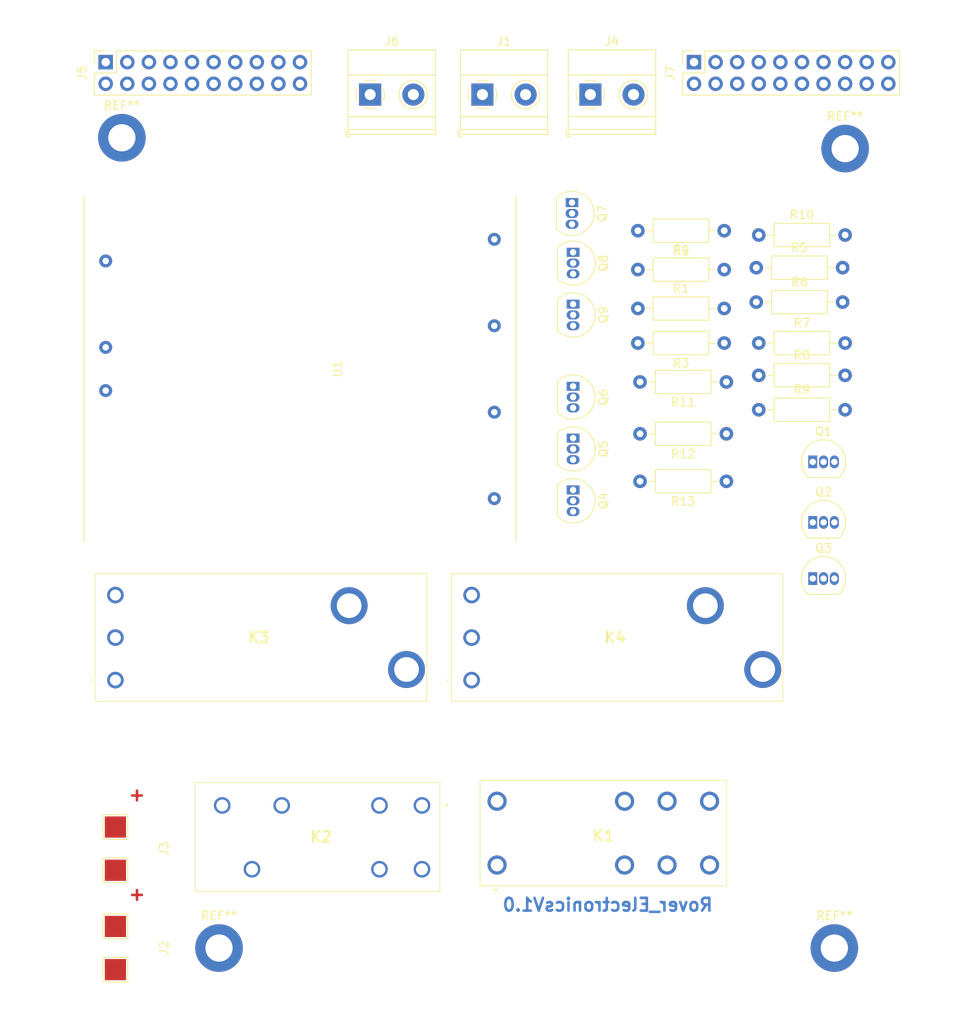
<source format=kicad_pcb>
(kicad_pcb (version 20171130) (host pcbnew "(5.1.6)-1")

  (general
    (thickness 1.6)
    (drawings 7)
    (tracks 0)
    (zones 0)
    (modules 38)
    (nets 42)
  )

  (page A4)
  (title_block
    (title FoxRobot_Alternative)
    (rev V01)
    (company DoBots)
  )

  (layers
    (0 F.Cu signal)
    (31 B.Cu signal)
    (32 B.Adhes user)
    (33 F.Adhes user)
    (34 B.Paste user)
    (35 F.Paste user)
    (36 B.SilkS user)
    (37 F.SilkS user)
    (38 B.Mask user)
    (39 F.Mask user)
    (40 Dwgs.User user)
    (41 Cmts.User user)
    (42 Eco1.User user)
    (43 Eco2.User user)
    (44 Edge.Cuts user)
    (45 Margin user)
    (46 B.CrtYd user)
    (47 F.CrtYd user)
    (48 B.Fab user)
    (49 F.Fab user)
  )

  (setup
    (last_trace_width 0.3)
    (trace_clearance 0.3)
    (zone_clearance 0.508)
    (zone_45_only no)
    (trace_min 0.2)
    (via_size 0.8)
    (via_drill 0.4)
    (via_min_size 0.4)
    (via_min_drill 0.3)
    (uvia_size 0.3)
    (uvia_drill 0.1)
    (uvias_allowed no)
    (uvia_min_size 0.2)
    (uvia_min_drill 0.1)
    (edge_width 0.05)
    (segment_width 0.2)
    (pcb_text_width 0.3)
    (pcb_text_size 1.5 1.5)
    (mod_edge_width 0.12)
    (mod_text_size 1 1)
    (mod_text_width 0.15)
    (pad_size 1.7 1.7)
    (pad_drill 1)
    (pad_to_mask_clearance 0.05)
    (aux_axis_origin 0 0)
    (visible_elements 7FFFFFFF)
    (pcbplotparams
      (layerselection 0x310ff_ffffffff)
      (usegerberextensions false)
      (usegerberattributes true)
      (usegerberadvancedattributes true)
      (creategerberjobfile true)
      (excludeedgelayer true)
      (linewidth 0.100000)
      (plotframeref false)
      (viasonmask false)
      (mode 1)
      (useauxorigin false)
      (hpglpennumber 1)
      (hpglpenspeed 20)
      (hpglpendiameter 15.000000)
      (psnegative false)
      (psa4output false)
      (plotreference true)
      (plotvalue true)
      (plotinvisibletext false)
      (padsonsilk false)
      (subtractmaskfromsilk false)
      (outputformat 1)
      (mirror false)
      (drillshape 0)
      (scaleselection 1)
      (outputdirectory "plots/"))
  )

  (net 0 "")
  (net 1 GND)
  (net 2 "Net-(Q1-Pad2)")
  (net 3 "Net-(Q4-Pad2)")
  (net 4 +5V)
  (net 5 "Net-(J1-Pad2)")
  (net 6 "Net-(J1-Pad1)")
  (net 7 "Net-(J2-Pad2)")
  (net 8 "Net-(J4-Pad1)")
  (net 9 "Net-(J4-Pad2)")
  (net 10 "Net-(K2-Pad1)")
  (net 11 "Net-(K2-Pad2)")
  (net 12 "Net-(K2-Pad5)")
  (net 13 "Net-(K3-Pad1)")
  (net 14 "Net-(Q3-Pad2)")
  (net 15 "Net-(Q5-Pad2)")
  (net 16 "Net-(Q6-Pad2)")
  (net 17 "Net-(Q7-Pad2)")
  (net 18 "Net-(Q8-Pad2)")
  (net 19 "Net-(Q9-Pad2)")
  (net 20 "Net-(J2-Pad1)")
  (net 21 "Net-(J3-Pad2)")
  (net 22 "Net-(K4-Pad1)")
  (net 23 "Net-(J6-Pad2)")
  (net 24 "Net-(K3-Pad2)")
  (net 25 "Net-(K4-Pad2)")
  (net 26 /A19)
  (net 27 /A17)
  (net 28 /A15)
  (net 29 /A13)
  (net 30 /A12)
  (net 31 /A11)
  (net 32 /A10)
  (net 33 /A9)
  (net 34 /A8)
  (net 35 /A7)
  (net 36 /A6)
  (net 37 /A5)
  (net 38 /A4)
  (net 39 /A3)
  (net 40 /A2)
  (net 41 /A1)

  (net_class Default "This is the default net class."
    (clearance 0.3)
    (trace_width 0.3)
    (via_dia 0.8)
    (via_drill 0.4)
    (uvia_dia 0.3)
    (uvia_drill 0.1)
    (add_net +5V)
    (add_net /A1)
    (add_net /A10)
    (add_net /A11)
    (add_net /A12)
    (add_net /A13)
    (add_net /A15)
    (add_net /A17)
    (add_net /A19)
    (add_net /A2)
    (add_net /A3)
    (add_net /A4)
    (add_net /A5)
    (add_net /A6)
    (add_net /A7)
    (add_net /A8)
    (add_net /A9)
    (add_net GND)
    (add_net "Net-(J1-Pad1)")
    (add_net "Net-(J1-Pad2)")
    (add_net "Net-(J4-Pad1)")
    (add_net "Net-(J4-Pad2)")
    (add_net "Net-(K2-Pad1)")
    (add_net "Net-(K2-Pad2)")
    (add_net "Net-(K3-Pad1)")
    (add_net "Net-(K3-Pad2)")
    (add_net "Net-(K4-Pad1)")
    (add_net "Net-(K4-Pad2)")
    (add_net "Net-(Q1-Pad2)")
    (add_net "Net-(Q3-Pad2)")
    (add_net "Net-(Q4-Pad2)")
    (add_net "Net-(Q5-Pad2)")
    (add_net "Net-(Q6-Pad2)")
    (add_net "Net-(Q7-Pad2)")
    (add_net "Net-(Q8-Pad2)")
    (add_net "Net-(Q9-Pad2)")
  )

  (net_class Batt ""
    (clearance 0.4)
    (trace_width 2.8)
    (via_dia 0.8)
    (via_drill 0.4)
    (uvia_dia 0.3)
    (uvia_drill 0.1)
    (add_net "Net-(J2-Pad1)")
    (add_net "Net-(J2-Pad2)")
    (add_net "Net-(J3-Pad2)")
    (add_net "Net-(J6-Pad2)")
    (add_net "Net-(K2-Pad5)")
  )

  (module MountingHole:MountingHole_3.2mm_M3_DIN965_Pad (layer F.Cu) (tedit 56D1B4CB) (tstamp 618BD888)
    (at 21.59 24.13)
    (descr "Mounting Hole 3.2mm, M3, DIN965")
    (tags "mounting hole 3.2mm m3 din965")
    (attr virtual)
    (fp_text reference REF** (at 0 -3.8) (layer F.SilkS)
      (effects (font (size 1 1) (thickness 0.15)))
    )
    (fp_text value MountingHole_3.2mm_M3_DIN965_Pad (at 0 3.8) (layer F.Fab)
      (effects (font (size 1 1) (thickness 0.15)))
    )
    (fp_text user %R (at 0.3 0) (layer F.Fab)
      (effects (font (size 1 1) (thickness 0.15)))
    )
    (fp_circle (center 0 0) (end 2.8 0) (layer Cmts.User) (width 0.15))
    (fp_circle (center 0 0) (end 3.05 0) (layer F.CrtYd) (width 0.05))
    (pad 1 thru_hole circle (at 0 0) (size 5.6 5.6) (drill 3.2) (layers *.Cu *.Mask))
  )

  (module MountingHole:MountingHole_3.2mm_M3_DIN965_Pad (layer F.Cu) (tedit 56D1B4CB) (tstamp 618BD85D)
    (at 106.68 25.4)
    (descr "Mounting Hole 3.2mm, M3, DIN965")
    (tags "mounting hole 3.2mm m3 din965")
    (attr virtual)
    (fp_text reference REF** (at 0 -3.8) (layer F.SilkS)
      (effects (font (size 1 1) (thickness 0.15)))
    )
    (fp_text value MountingHole_3.2mm_M3_DIN965_Pad (at 0 3.8) (layer F.Fab)
      (effects (font (size 1 1) (thickness 0.15)))
    )
    (fp_text user %R (at 0.3 0) (layer F.Fab)
      (effects (font (size 1 1) (thickness 0.15)))
    )
    (fp_circle (center 0 0) (end 2.8 0) (layer Cmts.User) (width 0.15))
    (fp_circle (center 0 0) (end 3.05 0) (layer F.CrtYd) (width 0.05))
    (pad 1 thru_hole circle (at 0 0) (size 5.6 5.6) (drill 3.2) (layers *.Cu *.Mask))
  )

  (module MountingHole:MountingHole_3.2mm_M3_DIN965_Pad (layer F.Cu) (tedit 56D1B4CB) (tstamp 618BD839)
    (at 105.41 119.38)
    (descr "Mounting Hole 3.2mm, M3, DIN965")
    (tags "mounting hole 3.2mm m3 din965")
    (attr virtual)
    (fp_text reference REF** (at 0 -3.8) (layer F.SilkS)
      (effects (font (size 1 1) (thickness 0.15)))
    )
    (fp_text value MountingHole_3.2mm_M3_DIN965_Pad (at 0 3.8) (layer F.Fab)
      (effects (font (size 1 1) (thickness 0.15)))
    )
    (fp_text user %R (at 0.3 0) (layer F.Fab)
      (effects (font (size 1 1) (thickness 0.15)))
    )
    (fp_circle (center 0 0) (end 2.8 0) (layer Cmts.User) (width 0.15))
    (fp_circle (center 0 0) (end 3.05 0) (layer F.CrtYd) (width 0.05))
    (pad 1 thru_hole circle (at 0 0) (size 5.6 5.6) (drill 3.2) (layers *.Cu *.Mask))
  )

  (module MountingHole:MountingHole_3.2mm_M3_DIN965_Pad (layer F.Cu) (tedit 56D1B4CB) (tstamp 618BD815)
    (at 33.02 119.38)
    (descr "Mounting Hole 3.2mm, M3, DIN965")
    (tags "mounting hole 3.2mm m3 din965")
    (attr virtual)
    (fp_text reference REF** (at 0 -3.8) (layer F.SilkS)
      (effects (font (size 1 1) (thickness 0.15)))
    )
    (fp_text value MountingHole_3.2mm_M3_DIN965_Pad (at 0 3.8) (layer F.Fab)
      (effects (font (size 1 1) (thickness 0.15)))
    )
    (fp_text user %R (at 0.3 0) (layer F.Fab)
      (effects (font (size 1 1) (thickness 0.15)))
    )
    (fp_circle (center 0 0) (end 2.8 0) (layer Cmts.User) (width 0.15))
    (fp_circle (center 0 0) (end 3.05 0) (layer F.CrtYd) (width 0.05))
    (pad 1 thru_hole circle (at 0 0) (size 5.6 5.6) (drill 3.2) (layers *.Cu *.Mask))
  )

  (module SamacSys_Parts:JCL (layer F.Cu) (tedit 61892A02) (tstamp 61899959)
    (at 42.545 51.308 90)
    (path /6184BC59)
    (fp_text reference U1 (at 0 4.445 90) (layer F.SilkS)
      (effects (font (size 1 1) (thickness 0.15)))
    )
    (fp_text value JCL3024S05 (at 0 0 90) (layer F.Fab)
      (effects (font (size 1 1) (thickness 0.15)))
    )
    (fp_line (start 20.32 25.4) (end 20.32 -25.4) (layer F.Fab) (width 0.12))
    (fp_line (start -20.32 25.4) (end -20.32 -25.4) (layer F.Fab) (width 0.12))
    (fp_line (start -20.32 -25.4) (end 20.32 -25.4) (layer F.SilkS) (width 0.12))
    (fp_line (start -20.32 25.4) (end 20.32 25.4) (layer F.SilkS) (width 0.12))
    (pad 8 thru_hole circle (at -15.24 22.86 90) (size 1.524 1.524) (drill 0.762) (layers *.Cu *.Mask))
    (pad 7 thru_hole circle (at -5.08 22.86 90) (size 1.524 1.524) (drill 0.762) (layers *.Cu *.Mask)
      (net 4 +5V))
    (pad 6 thru_hole circle (at 5.08 22.86 90) (size 1.524 1.524) (drill 0.762) (layers *.Cu *.Mask)
      (net 1 GND))
    (pad 5 thru_hole circle (at 15.24 22.86 90) (size 1.524 1.524) (drill 0.762) (layers *.Cu *.Mask))
    (pad 4 thru_hole circle (at -2.54 -22.86 90) (size 1.524 1.524) (drill 0.762) (layers *.Cu *.Mask)
      (net 12 "Net-(K2-Pad5)"))
    (pad 3 thru_hole circle (at 2.54 -22.86 90) (size 1.524 1.524) (drill 0.762) (layers *.Cu *.Mask)
      (net 20 "Net-(J2-Pad1)"))
    (pad 1 thru_hole circle (at 12.7 -22.86 90) (size 1.524 1.524) (drill 0.762) (layers *.Cu *.Mask))
  )

  (module Resistor_THT:R_Axial_DIN0207_L6.3mm_D2.5mm_P10.16mm_Horizontal (layer F.Cu) (tedit 5AE5139B) (tstamp 618BBC3F)
    (at 92.71 64.516 180)
    (descr "Resistor, Axial_DIN0207 series, Axial, Horizontal, pin pitch=10.16mm, 0.25W = 1/4W, length*diameter=6.3*2.5mm^2, http://cdn-reichelt.de/documents/datenblatt/B400/1_4W%23YAG.pdf")
    (tags "Resistor Axial_DIN0207 series Axial Horizontal pin pitch 10.16mm 0.25W = 1/4W length 6.3mm diameter 2.5mm")
    (path /618AA245)
    (fp_text reference R13 (at 5.08 -2.37) (layer F.SilkS)
      (effects (font (size 1 1) (thickness 0.15)))
    )
    (fp_text value R (at 5.08 2.37) (layer F.Fab)
      (effects (font (size 1 1) (thickness 0.15)))
    )
    (fp_line (start 1.93 -1.25) (end 1.93 1.25) (layer F.Fab) (width 0.1))
    (fp_line (start 1.93 1.25) (end 8.23 1.25) (layer F.Fab) (width 0.1))
    (fp_line (start 8.23 1.25) (end 8.23 -1.25) (layer F.Fab) (width 0.1))
    (fp_line (start 8.23 -1.25) (end 1.93 -1.25) (layer F.Fab) (width 0.1))
    (fp_line (start 0 0) (end 1.93 0) (layer F.Fab) (width 0.1))
    (fp_line (start 10.16 0) (end 8.23 0) (layer F.Fab) (width 0.1))
    (fp_line (start 1.81 -1.37) (end 1.81 1.37) (layer F.SilkS) (width 0.12))
    (fp_line (start 1.81 1.37) (end 8.35 1.37) (layer F.SilkS) (width 0.12))
    (fp_line (start 8.35 1.37) (end 8.35 -1.37) (layer F.SilkS) (width 0.12))
    (fp_line (start 8.35 -1.37) (end 1.81 -1.37) (layer F.SilkS) (width 0.12))
    (fp_line (start 1.04 0) (end 1.81 0) (layer F.SilkS) (width 0.12))
    (fp_line (start 9.12 0) (end 8.35 0) (layer F.SilkS) (width 0.12))
    (fp_line (start -1.05 -1.5) (end -1.05 1.5) (layer F.CrtYd) (width 0.05))
    (fp_line (start -1.05 1.5) (end 11.21 1.5) (layer F.CrtYd) (width 0.05))
    (fp_line (start 11.21 1.5) (end 11.21 -1.5) (layer F.CrtYd) (width 0.05))
    (fp_line (start 11.21 -1.5) (end -1.05 -1.5) (layer F.CrtYd) (width 0.05))
    (fp_text user %R (at 5.08 0) (layer F.Fab)
      (effects (font (size 1 1) (thickness 0.15)))
    )
    (pad 2 thru_hole oval (at 10.16 0 180) (size 1.6 1.6) (drill 0.8) (layers *.Cu *.Mask)
      (net 4 +5V))
    (pad 1 thru_hole circle (at 0 0 180) (size 1.6 1.6) (drill 0.8) (layers *.Cu *.Mask)
      (net 19 "Net-(Q9-Pad2)"))
    (model ${KISYS3DMOD}/Resistor_THT.3dshapes/R_Axial_DIN0207_L6.3mm_D2.5mm_P10.16mm_Horizontal.wrl
      (at (xyz 0 0 0))
      (scale (xyz 1 1 1))
      (rotate (xyz 0 0 0))
    )
  )

  (module Resistor_THT:R_Axial_DIN0207_L6.3mm_D2.5mm_P10.16mm_Horizontal (layer F.Cu) (tedit 5AE5139B) (tstamp 6189783A)
    (at 92.71 58.928 180)
    (descr "Resistor, Axial_DIN0207 series, Axial, Horizontal, pin pitch=10.16mm, 0.25W = 1/4W, length*diameter=6.3*2.5mm^2, http://cdn-reichelt.de/documents/datenblatt/B400/1_4W%23YAG.pdf")
    (tags "Resistor Axial_DIN0207 series Axial Horizontal pin pitch 10.16mm 0.25W = 1/4W length 6.3mm diameter 2.5mm")
    (path /618AA23F)
    (fp_text reference R12 (at 5.08 -2.37) (layer F.SilkS)
      (effects (font (size 1 1) (thickness 0.15)))
    )
    (fp_text value R (at 5.08 2.37) (layer F.Fab)
      (effects (font (size 1 1) (thickness 0.15)))
    )
    (fp_line (start 1.93 -1.25) (end 1.93 1.25) (layer F.Fab) (width 0.1))
    (fp_line (start 1.93 1.25) (end 8.23 1.25) (layer F.Fab) (width 0.1))
    (fp_line (start 8.23 1.25) (end 8.23 -1.25) (layer F.Fab) (width 0.1))
    (fp_line (start 8.23 -1.25) (end 1.93 -1.25) (layer F.Fab) (width 0.1))
    (fp_line (start 0 0) (end 1.93 0) (layer F.Fab) (width 0.1))
    (fp_line (start 10.16 0) (end 8.23 0) (layer F.Fab) (width 0.1))
    (fp_line (start 1.81 -1.37) (end 1.81 1.37) (layer F.SilkS) (width 0.12))
    (fp_line (start 1.81 1.37) (end 8.35 1.37) (layer F.SilkS) (width 0.12))
    (fp_line (start 8.35 1.37) (end 8.35 -1.37) (layer F.SilkS) (width 0.12))
    (fp_line (start 8.35 -1.37) (end 1.81 -1.37) (layer F.SilkS) (width 0.12))
    (fp_line (start 1.04 0) (end 1.81 0) (layer F.SilkS) (width 0.12))
    (fp_line (start 9.12 0) (end 8.35 0) (layer F.SilkS) (width 0.12))
    (fp_line (start -1.05 -1.5) (end -1.05 1.5) (layer F.CrtYd) (width 0.05))
    (fp_line (start -1.05 1.5) (end 11.21 1.5) (layer F.CrtYd) (width 0.05))
    (fp_line (start 11.21 1.5) (end 11.21 -1.5) (layer F.CrtYd) (width 0.05))
    (fp_line (start 11.21 -1.5) (end -1.05 -1.5) (layer F.CrtYd) (width 0.05))
    (fp_text user %R (at 5.08 0) (layer F.Fab)
      (effects (font (size 1 1) (thickness 0.15)))
    )
    (pad 2 thru_hole oval (at 10.16 0 180) (size 1.6 1.6) (drill 0.8) (layers *.Cu *.Mask)
      (net 4 +5V))
    (pad 1 thru_hole circle (at 0 0 180) (size 1.6 1.6) (drill 0.8) (layers *.Cu *.Mask)
      (net 18 "Net-(Q8-Pad2)"))
    (model ${KISYS3DMOD}/Resistor_THT.3dshapes/R_Axial_DIN0207_L6.3mm_D2.5mm_P10.16mm_Horizontal.wrl
      (at (xyz 0 0 0))
      (scale (xyz 1 1 1))
      (rotate (xyz 0 0 0))
    )
  )

  (module Resistor_THT:R_Axial_DIN0207_L6.3mm_D2.5mm_P10.16mm_Horizontal (layer F.Cu) (tedit 5AE5139B) (tstamp 61897823)
    (at 92.71 52.832 180)
    (descr "Resistor, Axial_DIN0207 series, Axial, Horizontal, pin pitch=10.16mm, 0.25W = 1/4W, length*diameter=6.3*2.5mm^2, http://cdn-reichelt.de/documents/datenblatt/B400/1_4W%23YAG.pdf")
    (tags "Resistor Axial_DIN0207 series Axial Horizontal pin pitch 10.16mm 0.25W = 1/4W length 6.3mm diameter 2.5mm")
    (path /618AA239)
    (fp_text reference R11 (at 5.08 -2.37) (layer F.SilkS)
      (effects (font (size 1 1) (thickness 0.15)))
    )
    (fp_text value R (at 5.08 2.37) (layer F.Fab)
      (effects (font (size 1 1) (thickness 0.15)))
    )
    (fp_line (start 1.93 -1.25) (end 1.93 1.25) (layer F.Fab) (width 0.1))
    (fp_line (start 1.93 1.25) (end 8.23 1.25) (layer F.Fab) (width 0.1))
    (fp_line (start 8.23 1.25) (end 8.23 -1.25) (layer F.Fab) (width 0.1))
    (fp_line (start 8.23 -1.25) (end 1.93 -1.25) (layer F.Fab) (width 0.1))
    (fp_line (start 0 0) (end 1.93 0) (layer F.Fab) (width 0.1))
    (fp_line (start 10.16 0) (end 8.23 0) (layer F.Fab) (width 0.1))
    (fp_line (start 1.81 -1.37) (end 1.81 1.37) (layer F.SilkS) (width 0.12))
    (fp_line (start 1.81 1.37) (end 8.35 1.37) (layer F.SilkS) (width 0.12))
    (fp_line (start 8.35 1.37) (end 8.35 -1.37) (layer F.SilkS) (width 0.12))
    (fp_line (start 8.35 -1.37) (end 1.81 -1.37) (layer F.SilkS) (width 0.12))
    (fp_line (start 1.04 0) (end 1.81 0) (layer F.SilkS) (width 0.12))
    (fp_line (start 9.12 0) (end 8.35 0) (layer F.SilkS) (width 0.12))
    (fp_line (start -1.05 -1.5) (end -1.05 1.5) (layer F.CrtYd) (width 0.05))
    (fp_line (start -1.05 1.5) (end 11.21 1.5) (layer F.CrtYd) (width 0.05))
    (fp_line (start 11.21 1.5) (end 11.21 -1.5) (layer F.CrtYd) (width 0.05))
    (fp_line (start 11.21 -1.5) (end -1.05 -1.5) (layer F.CrtYd) (width 0.05))
    (fp_text user %R (at 5.08 0) (layer F.Fab)
      (effects (font (size 1 1) (thickness 0.15)))
    )
    (pad 2 thru_hole oval (at 10.16 0 180) (size 1.6 1.6) (drill 0.8) (layers *.Cu *.Mask)
      (net 4 +5V))
    (pad 1 thru_hole circle (at 0 0 180) (size 1.6 1.6) (drill 0.8) (layers *.Cu *.Mask)
      (net 17 "Net-(Q7-Pad2)"))
    (model ${KISYS3DMOD}/Resistor_THT.3dshapes/R_Axial_DIN0207_L6.3mm_D2.5mm_P10.16mm_Horizontal.wrl
      (at (xyz 0 0 0))
      (scale (xyz 1 1 1))
      (rotate (xyz 0 0 0))
    )
  )

  (module Resistor_THT:R_Axial_DIN0207_L6.3mm_D2.5mm_P10.16mm_Horizontal (layer F.Cu) (tedit 5AE5139B) (tstamp 6189780C)
    (at 96.52 35.56)
    (descr "Resistor, Axial_DIN0207 series, Axial, Horizontal, pin pitch=10.16mm, 0.25W = 1/4W, length*diameter=6.3*2.5mm^2, http://cdn-reichelt.de/documents/datenblatt/B400/1_4W%23YAG.pdf")
    (tags "Resistor Axial_DIN0207 series Axial Horizontal pin pitch 10.16mm 0.25W = 1/4W length 6.3mm diameter 2.5mm")
    (path /6188DDD4)
    (fp_text reference R10 (at 5.08 -2.37) (layer F.SilkS)
      (effects (font (size 1 1) (thickness 0.15)))
    )
    (fp_text value R (at 5.08 2.37) (layer F.Fab)
      (effects (font (size 1 1) (thickness 0.15)))
    )
    (fp_line (start 1.93 -1.25) (end 1.93 1.25) (layer F.Fab) (width 0.1))
    (fp_line (start 1.93 1.25) (end 8.23 1.25) (layer F.Fab) (width 0.1))
    (fp_line (start 8.23 1.25) (end 8.23 -1.25) (layer F.Fab) (width 0.1))
    (fp_line (start 8.23 -1.25) (end 1.93 -1.25) (layer F.Fab) (width 0.1))
    (fp_line (start 0 0) (end 1.93 0) (layer F.Fab) (width 0.1))
    (fp_line (start 10.16 0) (end 8.23 0) (layer F.Fab) (width 0.1))
    (fp_line (start 1.81 -1.37) (end 1.81 1.37) (layer F.SilkS) (width 0.12))
    (fp_line (start 1.81 1.37) (end 8.35 1.37) (layer F.SilkS) (width 0.12))
    (fp_line (start 8.35 1.37) (end 8.35 -1.37) (layer F.SilkS) (width 0.12))
    (fp_line (start 8.35 -1.37) (end 1.81 -1.37) (layer F.SilkS) (width 0.12))
    (fp_line (start 1.04 0) (end 1.81 0) (layer F.SilkS) (width 0.12))
    (fp_line (start 9.12 0) (end 8.35 0) (layer F.SilkS) (width 0.12))
    (fp_line (start -1.05 -1.5) (end -1.05 1.5) (layer F.CrtYd) (width 0.05))
    (fp_line (start -1.05 1.5) (end 11.21 1.5) (layer F.CrtYd) (width 0.05))
    (fp_line (start 11.21 1.5) (end 11.21 -1.5) (layer F.CrtYd) (width 0.05))
    (fp_line (start 11.21 -1.5) (end -1.05 -1.5) (layer F.CrtYd) (width 0.05))
    (fp_text user %R (at 5.08 0) (layer F.Fab)
      (effects (font (size 1 1) (thickness 0.15)))
    )
    (pad 2 thru_hole oval (at 10.16 0) (size 1.6 1.6) (drill 0.8) (layers *.Cu *.Mask)
      (net 4 +5V))
    (pad 1 thru_hole circle (at 0 0) (size 1.6 1.6) (drill 0.8) (layers *.Cu *.Mask)
      (net 16 "Net-(Q6-Pad2)"))
    (model ${KISYS3DMOD}/Resistor_THT.3dshapes/R_Axial_DIN0207_L6.3mm_D2.5mm_P10.16mm_Horizontal.wrl
      (at (xyz 0 0 0))
      (scale (xyz 1 1 1))
      (rotate (xyz 0 0 0))
    )
  )

  (module Resistor_THT:R_Axial_DIN0207_L6.3mm_D2.5mm_P10.16mm_Horizontal (layer F.Cu) (tedit 5AE5139B) (tstamp 618977F5)
    (at 96.518 56.102)
    (descr "Resistor, Axial_DIN0207 series, Axial, Horizontal, pin pitch=10.16mm, 0.25W = 1/4W, length*diameter=6.3*2.5mm^2, http://cdn-reichelt.de/documents/datenblatt/B400/1_4W%23YAG.pdf")
    (tags "Resistor Axial_DIN0207 series Axial Horizontal pin pitch 10.16mm 0.25W = 1/4W length 6.3mm diameter 2.5mm")
    (path /6188DDCE)
    (fp_text reference R9 (at 5.08 -2.37) (layer F.SilkS)
      (effects (font (size 1 1) (thickness 0.15)))
    )
    (fp_text value R (at 5.08 2.37) (layer F.Fab)
      (effects (font (size 1 1) (thickness 0.15)))
    )
    (fp_line (start 1.93 -1.25) (end 1.93 1.25) (layer F.Fab) (width 0.1))
    (fp_line (start 1.93 1.25) (end 8.23 1.25) (layer F.Fab) (width 0.1))
    (fp_line (start 8.23 1.25) (end 8.23 -1.25) (layer F.Fab) (width 0.1))
    (fp_line (start 8.23 -1.25) (end 1.93 -1.25) (layer F.Fab) (width 0.1))
    (fp_line (start 0 0) (end 1.93 0) (layer F.Fab) (width 0.1))
    (fp_line (start 10.16 0) (end 8.23 0) (layer F.Fab) (width 0.1))
    (fp_line (start 1.81 -1.37) (end 1.81 1.37) (layer F.SilkS) (width 0.12))
    (fp_line (start 1.81 1.37) (end 8.35 1.37) (layer F.SilkS) (width 0.12))
    (fp_line (start 8.35 1.37) (end 8.35 -1.37) (layer F.SilkS) (width 0.12))
    (fp_line (start 8.35 -1.37) (end 1.81 -1.37) (layer F.SilkS) (width 0.12))
    (fp_line (start 1.04 0) (end 1.81 0) (layer F.SilkS) (width 0.12))
    (fp_line (start 9.12 0) (end 8.35 0) (layer F.SilkS) (width 0.12))
    (fp_line (start -1.05 -1.5) (end -1.05 1.5) (layer F.CrtYd) (width 0.05))
    (fp_line (start -1.05 1.5) (end 11.21 1.5) (layer F.CrtYd) (width 0.05))
    (fp_line (start 11.21 1.5) (end 11.21 -1.5) (layer F.CrtYd) (width 0.05))
    (fp_line (start 11.21 -1.5) (end -1.05 -1.5) (layer F.CrtYd) (width 0.05))
    (fp_text user %R (at 5.08 0) (layer F.Fab)
      (effects (font (size 1 1) (thickness 0.15)))
    )
    (pad 2 thru_hole oval (at 10.16 0) (size 1.6 1.6) (drill 0.8) (layers *.Cu *.Mask)
      (net 4 +5V))
    (pad 1 thru_hole circle (at 0 0) (size 1.6 1.6) (drill 0.8) (layers *.Cu *.Mask)
      (net 15 "Net-(Q5-Pad2)"))
    (model ${KISYS3DMOD}/Resistor_THT.3dshapes/R_Axial_DIN0207_L6.3mm_D2.5mm_P10.16mm_Horizontal.wrl
      (at (xyz 0 0 0))
      (scale (xyz 1 1 1))
      (rotate (xyz 0 0 0))
    )
  )

  (module Resistor_THT:R_Axial_DIN0207_L6.3mm_D2.5mm_P10.16mm_Horizontal (layer F.Cu) (tedit 5AE5139B) (tstamp 618977DE)
    (at 96.518 52.052)
    (descr "Resistor, Axial_DIN0207 series, Axial, Horizontal, pin pitch=10.16mm, 0.25W = 1/4W, length*diameter=6.3*2.5mm^2, http://cdn-reichelt.de/documents/datenblatt/B400/1_4W%23YAG.pdf")
    (tags "Resistor Axial_DIN0207 series Axial Horizontal pin pitch 10.16mm 0.25W = 1/4W length 6.3mm diameter 2.5mm")
    (path /6188DDC8)
    (fp_text reference R8 (at 5.08 -2.37) (layer F.SilkS)
      (effects (font (size 1 1) (thickness 0.15)))
    )
    (fp_text value R (at 5.08 2.37) (layer F.Fab)
      (effects (font (size 1 1) (thickness 0.15)))
    )
    (fp_line (start 1.93 -1.25) (end 1.93 1.25) (layer F.Fab) (width 0.1))
    (fp_line (start 1.93 1.25) (end 8.23 1.25) (layer F.Fab) (width 0.1))
    (fp_line (start 8.23 1.25) (end 8.23 -1.25) (layer F.Fab) (width 0.1))
    (fp_line (start 8.23 -1.25) (end 1.93 -1.25) (layer F.Fab) (width 0.1))
    (fp_line (start 0 0) (end 1.93 0) (layer F.Fab) (width 0.1))
    (fp_line (start 10.16 0) (end 8.23 0) (layer F.Fab) (width 0.1))
    (fp_line (start 1.81 -1.37) (end 1.81 1.37) (layer F.SilkS) (width 0.12))
    (fp_line (start 1.81 1.37) (end 8.35 1.37) (layer F.SilkS) (width 0.12))
    (fp_line (start 8.35 1.37) (end 8.35 -1.37) (layer F.SilkS) (width 0.12))
    (fp_line (start 8.35 -1.37) (end 1.81 -1.37) (layer F.SilkS) (width 0.12))
    (fp_line (start 1.04 0) (end 1.81 0) (layer F.SilkS) (width 0.12))
    (fp_line (start 9.12 0) (end 8.35 0) (layer F.SilkS) (width 0.12))
    (fp_line (start -1.05 -1.5) (end -1.05 1.5) (layer F.CrtYd) (width 0.05))
    (fp_line (start -1.05 1.5) (end 11.21 1.5) (layer F.CrtYd) (width 0.05))
    (fp_line (start 11.21 1.5) (end 11.21 -1.5) (layer F.CrtYd) (width 0.05))
    (fp_line (start 11.21 -1.5) (end -1.05 -1.5) (layer F.CrtYd) (width 0.05))
    (fp_text user %R (at 5.08 0) (layer F.Fab)
      (effects (font (size 1 1) (thickness 0.15)))
    )
    (pad 2 thru_hole oval (at 10.16 0) (size 1.6 1.6) (drill 0.8) (layers *.Cu *.Mask)
      (net 4 +5V))
    (pad 1 thru_hole circle (at 0 0) (size 1.6 1.6) (drill 0.8) (layers *.Cu *.Mask)
      (net 3 "Net-(Q4-Pad2)"))
    (model ${KISYS3DMOD}/Resistor_THT.3dshapes/R_Axial_DIN0207_L6.3mm_D2.5mm_P10.16mm_Horizontal.wrl
      (at (xyz 0 0 0))
      (scale (xyz 1 1 1))
      (rotate (xyz 0 0 0))
    )
  )

  (module Resistor_THT:R_Axial_DIN0207_L6.3mm_D2.5mm_P10.16mm_Horizontal (layer F.Cu) (tedit 5AE5139B) (tstamp 618977C7)
    (at 96.52 48.26)
    (descr "Resistor, Axial_DIN0207 series, Axial, Horizontal, pin pitch=10.16mm, 0.25W = 1/4W, length*diameter=6.3*2.5mm^2, http://cdn-reichelt.de/documents/datenblatt/B400/1_4W%23YAG.pdf")
    (tags "Resistor Axial_DIN0207 series Axial Horizontal pin pitch 10.16mm 0.25W = 1/4W length 6.3mm diameter 2.5mm")
    (path /6184296B)
    (fp_text reference R7 (at 5.08 -2.37) (layer F.SilkS)
      (effects (font (size 1 1) (thickness 0.15)))
    )
    (fp_text value R (at 5.08 2.37) (layer F.Fab)
      (effects (font (size 1 1) (thickness 0.15)))
    )
    (fp_line (start 1.93 -1.25) (end 1.93 1.25) (layer F.Fab) (width 0.1))
    (fp_line (start 1.93 1.25) (end 8.23 1.25) (layer F.Fab) (width 0.1))
    (fp_line (start 8.23 1.25) (end 8.23 -1.25) (layer F.Fab) (width 0.1))
    (fp_line (start 8.23 -1.25) (end 1.93 -1.25) (layer F.Fab) (width 0.1))
    (fp_line (start 0 0) (end 1.93 0) (layer F.Fab) (width 0.1))
    (fp_line (start 10.16 0) (end 8.23 0) (layer F.Fab) (width 0.1))
    (fp_line (start 1.81 -1.37) (end 1.81 1.37) (layer F.SilkS) (width 0.12))
    (fp_line (start 1.81 1.37) (end 8.35 1.37) (layer F.SilkS) (width 0.12))
    (fp_line (start 8.35 1.37) (end 8.35 -1.37) (layer F.SilkS) (width 0.12))
    (fp_line (start 8.35 -1.37) (end 1.81 -1.37) (layer F.SilkS) (width 0.12))
    (fp_line (start 1.04 0) (end 1.81 0) (layer F.SilkS) (width 0.12))
    (fp_line (start 9.12 0) (end 8.35 0) (layer F.SilkS) (width 0.12))
    (fp_line (start -1.05 -1.5) (end -1.05 1.5) (layer F.CrtYd) (width 0.05))
    (fp_line (start -1.05 1.5) (end 11.21 1.5) (layer F.CrtYd) (width 0.05))
    (fp_line (start 11.21 1.5) (end 11.21 -1.5) (layer F.CrtYd) (width 0.05))
    (fp_line (start 11.21 -1.5) (end -1.05 -1.5) (layer F.CrtYd) (width 0.05))
    (fp_text user %R (at 5.08 0) (layer F.Fab)
      (effects (font (size 1 1) (thickness 0.15)))
    )
    (pad 2 thru_hole oval (at 10.16 0) (size 1.6 1.6) (drill 0.8) (layers *.Cu *.Mask)
      (net 4 +5V))
    (pad 1 thru_hole circle (at 0 0) (size 1.6 1.6) (drill 0.8) (layers *.Cu *.Mask)
      (net 14 "Net-(Q3-Pad2)"))
    (model ${KISYS3DMOD}/Resistor_THT.3dshapes/R_Axial_DIN0207_L6.3mm_D2.5mm_P10.16mm_Horizontal.wrl
      (at (xyz 0 0 0))
      (scale (xyz 1 1 1))
      (rotate (xyz 0 0 0))
    )
  )

  (module Resistor_THT:R_Axial_DIN0207_L6.3mm_D2.5mm_P10.16mm_Horizontal (layer F.Cu) (tedit 5AE5139B) (tstamp 618977B0)
    (at 96.226 43.446)
    (descr "Resistor, Axial_DIN0207 series, Axial, Horizontal, pin pitch=10.16mm, 0.25W = 1/4W, length*diameter=6.3*2.5mm^2, http://cdn-reichelt.de/documents/datenblatt/B400/1_4W%23YAG.pdf")
    (tags "Resistor Axial_DIN0207 series Axial Horizontal pin pitch 10.16mm 0.25W = 1/4W length 6.3mm diameter 2.5mm")
    (path /618413C3)
    (fp_text reference R6 (at 5.08 -2.37) (layer F.SilkS)
      (effects (font (size 1 1) (thickness 0.15)))
    )
    (fp_text value R (at 5.08 2.37) (layer F.Fab)
      (effects (font (size 1 1) (thickness 0.15)))
    )
    (fp_line (start 1.93 -1.25) (end 1.93 1.25) (layer F.Fab) (width 0.1))
    (fp_line (start 1.93 1.25) (end 8.23 1.25) (layer F.Fab) (width 0.1))
    (fp_line (start 8.23 1.25) (end 8.23 -1.25) (layer F.Fab) (width 0.1))
    (fp_line (start 8.23 -1.25) (end 1.93 -1.25) (layer F.Fab) (width 0.1))
    (fp_line (start 0 0) (end 1.93 0) (layer F.Fab) (width 0.1))
    (fp_line (start 10.16 0) (end 8.23 0) (layer F.Fab) (width 0.1))
    (fp_line (start 1.81 -1.37) (end 1.81 1.37) (layer F.SilkS) (width 0.12))
    (fp_line (start 1.81 1.37) (end 8.35 1.37) (layer F.SilkS) (width 0.12))
    (fp_line (start 8.35 1.37) (end 8.35 -1.37) (layer F.SilkS) (width 0.12))
    (fp_line (start 8.35 -1.37) (end 1.81 -1.37) (layer F.SilkS) (width 0.12))
    (fp_line (start 1.04 0) (end 1.81 0) (layer F.SilkS) (width 0.12))
    (fp_line (start 9.12 0) (end 8.35 0) (layer F.SilkS) (width 0.12))
    (fp_line (start -1.05 -1.5) (end -1.05 1.5) (layer F.CrtYd) (width 0.05))
    (fp_line (start -1.05 1.5) (end 11.21 1.5) (layer F.CrtYd) (width 0.05))
    (fp_line (start 11.21 1.5) (end 11.21 -1.5) (layer F.CrtYd) (width 0.05))
    (fp_line (start 11.21 -1.5) (end -1.05 -1.5) (layer F.CrtYd) (width 0.05))
    (fp_text user %R (at 5.08 0) (layer F.Fab)
      (effects (font (size 1 1) (thickness 0.15)))
    )
    (pad 2 thru_hole oval (at 10.16 0) (size 1.6 1.6) (drill 0.8) (layers *.Cu *.Mask)
      (net 4 +5V))
    (pad 1 thru_hole circle (at 0 0) (size 1.6 1.6) (drill 0.8) (layers *.Cu *.Mask)
      (net 2 "Net-(Q1-Pad2)"))
    (model ${KISYS3DMOD}/Resistor_THT.3dshapes/R_Axial_DIN0207_L6.3mm_D2.5mm_P10.16mm_Horizontal.wrl
      (at (xyz 0 0 0))
      (scale (xyz 1 1 1))
      (rotate (xyz 0 0 0))
    )
  )

  (module Resistor_THT:R_Axial_DIN0207_L6.3mm_D2.5mm_P10.16mm_Horizontal (layer F.Cu) (tedit 5AE5139B) (tstamp 61897799)
    (at 96.226 39.396)
    (descr "Resistor, Axial_DIN0207 series, Axial, Horizontal, pin pitch=10.16mm, 0.25W = 1/4W, length*diameter=6.3*2.5mm^2, http://cdn-reichelt.de/documents/datenblatt/B400/1_4W%23YAG.pdf")
    (tags "Resistor Axial_DIN0207 series Axial Horizontal pin pitch 10.16mm 0.25W = 1/4W length 6.3mm diameter 2.5mm")
    (path /61840156)
    (fp_text reference R5 (at 5.08 -2.37) (layer F.SilkS)
      (effects (font (size 1 1) (thickness 0.15)))
    )
    (fp_text value R (at 5.08 2.37) (layer F.Fab)
      (effects (font (size 1 1) (thickness 0.15)))
    )
    (fp_line (start 1.93 -1.25) (end 1.93 1.25) (layer F.Fab) (width 0.1))
    (fp_line (start 1.93 1.25) (end 8.23 1.25) (layer F.Fab) (width 0.1))
    (fp_line (start 8.23 1.25) (end 8.23 -1.25) (layer F.Fab) (width 0.1))
    (fp_line (start 8.23 -1.25) (end 1.93 -1.25) (layer F.Fab) (width 0.1))
    (fp_line (start 0 0) (end 1.93 0) (layer F.Fab) (width 0.1))
    (fp_line (start 10.16 0) (end 8.23 0) (layer F.Fab) (width 0.1))
    (fp_line (start 1.81 -1.37) (end 1.81 1.37) (layer F.SilkS) (width 0.12))
    (fp_line (start 1.81 1.37) (end 8.35 1.37) (layer F.SilkS) (width 0.12))
    (fp_line (start 8.35 1.37) (end 8.35 -1.37) (layer F.SilkS) (width 0.12))
    (fp_line (start 8.35 -1.37) (end 1.81 -1.37) (layer F.SilkS) (width 0.12))
    (fp_line (start 1.04 0) (end 1.81 0) (layer F.SilkS) (width 0.12))
    (fp_line (start 9.12 0) (end 8.35 0) (layer F.SilkS) (width 0.12))
    (fp_line (start -1.05 -1.5) (end -1.05 1.5) (layer F.CrtYd) (width 0.05))
    (fp_line (start -1.05 1.5) (end 11.21 1.5) (layer F.CrtYd) (width 0.05))
    (fp_line (start 11.21 1.5) (end 11.21 -1.5) (layer F.CrtYd) (width 0.05))
    (fp_line (start 11.21 -1.5) (end -1.05 -1.5) (layer F.CrtYd) (width 0.05))
    (fp_text user %R (at 5.08 0) (layer F.Fab)
      (effects (font (size 1 1) (thickness 0.15)))
    )
    (pad 2 thru_hole oval (at 10.16 0) (size 1.6 1.6) (drill 0.8) (layers *.Cu *.Mask)
      (net 4 +5V))
    (pad 1 thru_hole circle (at 0 0) (size 1.6 1.6) (drill 0.8) (layers *.Cu *.Mask)
      (net 2 "Net-(Q1-Pad2)"))
    (model ${KISYS3DMOD}/Resistor_THT.3dshapes/R_Axial_DIN0207_L6.3mm_D2.5mm_P10.16mm_Horizontal.wrl
      (at (xyz 0 0 0))
      (scale (xyz 1 1 1))
      (rotate (xyz 0 0 0))
    )
  )

  (module Resistor_THT:R_Axial_DIN0207_L6.3mm_D2.5mm_P10.16mm_Horizontal (layer F.Cu) (tedit 5AE5139B) (tstamp 61897782)
    (at 82.296 39.624)
    (descr "Resistor, Axial_DIN0207 series, Axial, Horizontal, pin pitch=10.16mm, 0.25W = 1/4W, length*diameter=6.3*2.5mm^2, http://cdn-reichelt.de/documents/datenblatt/B400/1_4W%23YAG.pdf")
    (tags "Resistor Axial_DIN0207 series Axial Horizontal pin pitch 10.16mm 0.25W = 1/4W length 6.3mm diameter 2.5mm")
    (path /61835DF3)
    (fp_text reference R4 (at 5.08 -2.37) (layer F.SilkS)
      (effects (font (size 1 1) (thickness 0.15)))
    )
    (fp_text value 680k (at 5.08 2.37) (layer F.Fab) hide
      (effects (font (size 1 1) (thickness 0.15)))
    )
    (fp_line (start 1.93 -1.25) (end 1.93 1.25) (layer F.Fab) (width 0.1))
    (fp_line (start 1.93 1.25) (end 8.23 1.25) (layer F.Fab) (width 0.1))
    (fp_line (start 8.23 1.25) (end 8.23 -1.25) (layer F.Fab) (width 0.1))
    (fp_line (start 8.23 -1.25) (end 1.93 -1.25) (layer F.Fab) (width 0.1))
    (fp_line (start 0 0) (end 1.93 0) (layer F.Fab) (width 0.1))
    (fp_line (start 10.16 0) (end 8.23 0) (layer F.Fab) (width 0.1))
    (fp_line (start 1.81 -1.37) (end 1.81 1.37) (layer F.SilkS) (width 0.12))
    (fp_line (start 1.81 1.37) (end 8.35 1.37) (layer F.SilkS) (width 0.12))
    (fp_line (start 8.35 1.37) (end 8.35 -1.37) (layer F.SilkS) (width 0.12))
    (fp_line (start 8.35 -1.37) (end 1.81 -1.37) (layer F.SilkS) (width 0.12))
    (fp_line (start 1.04 0) (end 1.81 0) (layer F.SilkS) (width 0.12))
    (fp_line (start 9.12 0) (end 8.35 0) (layer F.SilkS) (width 0.12))
    (fp_line (start -1.05 -1.5) (end -1.05 1.5) (layer F.CrtYd) (width 0.05))
    (fp_line (start -1.05 1.5) (end 11.21 1.5) (layer F.CrtYd) (width 0.05))
    (fp_line (start 11.21 1.5) (end 11.21 -1.5) (layer F.CrtYd) (width 0.05))
    (fp_line (start 11.21 -1.5) (end -1.05 -1.5) (layer F.CrtYd) (width 0.05))
    (fp_text user %R (at 5.08 0) (layer F.Fab)
      (effects (font (size 1 1) (thickness 0.15)))
    )
    (pad 2 thru_hole oval (at 10.16 0) (size 1.6 1.6) (drill 0.8) (layers *.Cu *.Mask)
      (net 1 GND))
    (pad 1 thru_hole circle (at 0 0) (size 1.6 1.6) (drill 0.8) (layers *.Cu *.Mask)
      (net 39 /A3))
    (model ${KISYS3DMOD}/Resistor_THT.3dshapes/R_Axial_DIN0207_L6.3mm_D2.5mm_P10.16mm_Horizontal.wrl
      (at (xyz 0 0 0))
      (scale (xyz 1 1 1))
      (rotate (xyz 0 0 0))
    )
  )

  (module Resistor_THT:R_Axial_DIN0207_L6.3mm_D2.5mm_P10.16mm_Horizontal (layer F.Cu) (tedit 5AE5139B) (tstamp 6189776B)
    (at 92.456 48.26 180)
    (descr "Resistor, Axial_DIN0207 series, Axial, Horizontal, pin pitch=10.16mm, 0.25W = 1/4W, length*diameter=6.3*2.5mm^2, http://cdn-reichelt.de/documents/datenblatt/B400/1_4W%23YAG.pdf")
    (tags "Resistor Axial_DIN0207 series Axial Horizontal pin pitch 10.16mm 0.25W = 1/4W length 6.3mm diameter 2.5mm")
    (path /618359FA)
    (fp_text reference R3 (at 5.08 -2.37) (layer F.SilkS)
      (effects (font (size 1 1) (thickness 0.15)))
    )
    (fp_text value 680k (at 5.08 2.37) (layer F.Fab)
      (effects (font (size 1 1) (thickness 0.15)))
    )
    (fp_line (start 1.93 -1.25) (end 1.93 1.25) (layer F.Fab) (width 0.1))
    (fp_line (start 1.93 1.25) (end 8.23 1.25) (layer F.Fab) (width 0.1))
    (fp_line (start 8.23 1.25) (end 8.23 -1.25) (layer F.Fab) (width 0.1))
    (fp_line (start 8.23 -1.25) (end 1.93 -1.25) (layer F.Fab) (width 0.1))
    (fp_line (start 0 0) (end 1.93 0) (layer F.Fab) (width 0.1))
    (fp_line (start 10.16 0) (end 8.23 0) (layer F.Fab) (width 0.1))
    (fp_line (start 1.81 -1.37) (end 1.81 1.37) (layer F.SilkS) (width 0.12))
    (fp_line (start 1.81 1.37) (end 8.35 1.37) (layer F.SilkS) (width 0.12))
    (fp_line (start 8.35 1.37) (end 8.35 -1.37) (layer F.SilkS) (width 0.12))
    (fp_line (start 8.35 -1.37) (end 1.81 -1.37) (layer F.SilkS) (width 0.12))
    (fp_line (start 1.04 0) (end 1.81 0) (layer F.SilkS) (width 0.12))
    (fp_line (start 9.12 0) (end 8.35 0) (layer F.SilkS) (width 0.12))
    (fp_line (start -1.05 -1.5) (end -1.05 1.5) (layer F.CrtYd) (width 0.05))
    (fp_line (start -1.05 1.5) (end 11.21 1.5) (layer F.CrtYd) (width 0.05))
    (fp_line (start 11.21 1.5) (end 11.21 -1.5) (layer F.CrtYd) (width 0.05))
    (fp_line (start 11.21 -1.5) (end -1.05 -1.5) (layer F.CrtYd) (width 0.05))
    (fp_text user %R (at 5.08 0) (layer F.Fab)
      (effects (font (size 1 1) (thickness 0.15)))
    )
    (pad 2 thru_hole oval (at 10.16 0 180) (size 1.6 1.6) (drill 0.8) (layers *.Cu *.Mask)
      (net 1 GND))
    (pad 1 thru_hole circle (at 0 0 180) (size 1.6 1.6) (drill 0.8) (layers *.Cu *.Mask)
      (net 38 /A4))
    (model ${KISYS3DMOD}/Resistor_THT.3dshapes/R_Axial_DIN0207_L6.3mm_D2.5mm_P10.16mm_Horizontal.wrl
      (at (xyz 0 0 0))
      (scale (xyz 1 1 1))
      (rotate (xyz 0 0 0))
    )
  )

  (module Resistor_THT:R_Axial_DIN0207_L6.3mm_D2.5mm_P10.16mm_Horizontal (layer F.Cu) (tedit 5AE5139B) (tstamp 61897754)
    (at 92.456 35.052 180)
    (descr "Resistor, Axial_DIN0207 series, Axial, Horizontal, pin pitch=10.16mm, 0.25W = 1/4W, length*diameter=6.3*2.5mm^2, http://cdn-reichelt.de/documents/datenblatt/B400/1_4W%23YAG.pdf")
    (tags "Resistor Axial_DIN0207 series Axial Horizontal pin pitch 10.16mm 0.25W = 1/4W length 6.3mm diameter 2.5mm")
    (path /618369A9)
    (fp_text reference R2 (at 5.08 -2.37) (layer F.SilkS)
      (effects (font (size 1 1) (thickness 0.15)))
    )
    (fp_text value 56k (at 5.08 0) (layer F.Fab) hide
      (effects (font (size 1 1) (thickness 0.15)))
    )
    (fp_line (start 1.93 -1.25) (end 1.93 1.25) (layer F.Fab) (width 0.1))
    (fp_line (start 1.93 1.25) (end 8.23 1.25) (layer F.Fab) (width 0.1))
    (fp_line (start 8.23 1.25) (end 8.23 -1.25) (layer F.Fab) (width 0.1))
    (fp_line (start 8.23 -1.25) (end 1.93 -1.25) (layer F.Fab) (width 0.1))
    (fp_line (start 0 0) (end 1.93 0) (layer F.Fab) (width 0.1))
    (fp_line (start 10.16 0) (end 8.23 0) (layer F.Fab) (width 0.1))
    (fp_line (start 1.81 -1.37) (end 1.81 1.37) (layer F.SilkS) (width 0.12))
    (fp_line (start 1.81 1.37) (end 8.35 1.37) (layer F.SilkS) (width 0.12))
    (fp_line (start 8.35 1.37) (end 8.35 -1.37) (layer F.SilkS) (width 0.12))
    (fp_line (start 8.35 -1.37) (end 1.81 -1.37) (layer F.SilkS) (width 0.12))
    (fp_line (start 1.04 0) (end 1.81 0) (layer F.SilkS) (width 0.12))
    (fp_line (start 9.12 0) (end 8.35 0) (layer F.SilkS) (width 0.12))
    (fp_line (start -1.05 -1.5) (end -1.05 1.5) (layer F.CrtYd) (width 0.05))
    (fp_line (start -1.05 1.5) (end 11.21 1.5) (layer F.CrtYd) (width 0.05))
    (fp_line (start 11.21 1.5) (end 11.21 -1.5) (layer F.CrtYd) (width 0.05))
    (fp_line (start 11.21 -1.5) (end -1.05 -1.5) (layer F.CrtYd) (width 0.05))
    (fp_text user %R (at 5.08 0) (layer F.Fab)
      (effects (font (size 1 1) (thickness 0.15)))
    )
    (pad 2 thru_hole oval (at 10.16 0 180) (size 1.6 1.6) (drill 0.8) (layers *.Cu *.Mask)
      (net 39 /A3))
    (pad 1 thru_hole circle (at 0 0 180) (size 1.6 1.6) (drill 0.8) (layers *.Cu *.Mask)
      (net 21 "Net-(J3-Pad2)"))
    (model ${KISYS3DMOD}/Resistor_THT.3dshapes/R_Axial_DIN0207_L6.3mm_D2.5mm_P10.16mm_Horizontal.wrl
      (at (xyz 0 0 0))
      (scale (xyz 1 1 1))
      (rotate (xyz 0 0 0))
    )
  )

  (module Resistor_THT:R_Axial_DIN0207_L6.3mm_D2.5mm_P10.16mm_Horizontal (layer F.Cu) (tedit 5AE5139B) (tstamp 6189773D)
    (at 82.296 44.196)
    (descr "Resistor, Axial_DIN0207 series, Axial, Horizontal, pin pitch=10.16mm, 0.25W = 1/4W, length*diameter=6.3*2.5mm^2, http://cdn-reichelt.de/documents/datenblatt/B400/1_4W%23YAG.pdf")
    (tags "Resistor Axial_DIN0207 series Axial Horizontal pin pitch 10.16mm 0.25W = 1/4W length 6.3mm diameter 2.5mm")
    (path /61839074)
    (fp_text reference R1 (at 5.08 -2.37) (layer F.SilkS)
      (effects (font (size 1 1) (thickness 0.15)))
    )
    (fp_text value 56k (at 5.08 2.37) (layer F.Fab)
      (effects (font (size 1 1) (thickness 0.15)))
    )
    (fp_line (start 1.93 -1.25) (end 1.93 1.25) (layer F.Fab) (width 0.1))
    (fp_line (start 1.93 1.25) (end 8.23 1.25) (layer F.Fab) (width 0.1))
    (fp_line (start 8.23 1.25) (end 8.23 -1.25) (layer F.Fab) (width 0.1))
    (fp_line (start 8.23 -1.25) (end 1.93 -1.25) (layer F.Fab) (width 0.1))
    (fp_line (start 0 0) (end 1.93 0) (layer F.Fab) (width 0.1))
    (fp_line (start 10.16 0) (end 8.23 0) (layer F.Fab) (width 0.1))
    (fp_line (start 1.81 -1.37) (end 1.81 1.37) (layer F.SilkS) (width 0.12))
    (fp_line (start 1.81 1.37) (end 8.35 1.37) (layer F.SilkS) (width 0.12))
    (fp_line (start 8.35 1.37) (end 8.35 -1.37) (layer F.SilkS) (width 0.12))
    (fp_line (start 8.35 -1.37) (end 1.81 -1.37) (layer F.SilkS) (width 0.12))
    (fp_line (start 1.04 0) (end 1.81 0) (layer F.SilkS) (width 0.12))
    (fp_line (start 9.12 0) (end 8.35 0) (layer F.SilkS) (width 0.12))
    (fp_line (start -1.05 -1.5) (end -1.05 1.5) (layer F.CrtYd) (width 0.05))
    (fp_line (start -1.05 1.5) (end 11.21 1.5) (layer F.CrtYd) (width 0.05))
    (fp_line (start 11.21 1.5) (end 11.21 -1.5) (layer F.CrtYd) (width 0.05))
    (fp_line (start 11.21 -1.5) (end -1.05 -1.5) (layer F.CrtYd) (width 0.05))
    (fp_text user %R (at 5.08 0) (layer F.Fab)
      (effects (font (size 1 1) (thickness 0.15)))
    )
    (pad 2 thru_hole oval (at 10.16 0) (size 1.6 1.6) (drill 0.8) (layers *.Cu *.Mask)
      (net 38 /A4))
    (pad 1 thru_hole circle (at 0 0) (size 1.6 1.6) (drill 0.8) (layers *.Cu *.Mask)
      (net 7 "Net-(J2-Pad2)"))
    (model ${KISYS3DMOD}/Resistor_THT.3dshapes/R_Axial_DIN0207_L6.3mm_D2.5mm_P10.16mm_Horizontal.wrl
      (at (xyz 0 0 0))
      (scale (xyz 1 1 1))
      (rotate (xyz 0 0 0))
    )
  )

  (module Package_TO_SOT_THT:TO-92_Inline (layer F.Cu) (tedit 5A1DD157) (tstamp 61897726)
    (at 74.676 43.688 270)
    (descr "TO-92 leads in-line, narrow, oval pads, drill 0.75mm (see NXP sot054_po.pdf)")
    (tags "to-92 sc-43 sc-43a sot54 PA33 transistor")
    (path /618AA22C)
    (fp_text reference Q9 (at 1.27 -3.56 90) (layer F.SilkS)
      (effects (font (size 1 1) (thickness 0.15)))
    )
    (fp_text value BS170 (at 1.27 2.79 90) (layer F.Fab)
      (effects (font (size 1 1) (thickness 0.15)))
    )
    (fp_line (start -0.53 1.85) (end 3.07 1.85) (layer F.SilkS) (width 0.12))
    (fp_line (start -0.5 1.75) (end 3 1.75) (layer F.Fab) (width 0.1))
    (fp_line (start -1.46 -2.73) (end 4 -2.73) (layer F.CrtYd) (width 0.05))
    (fp_line (start -1.46 -2.73) (end -1.46 2.01) (layer F.CrtYd) (width 0.05))
    (fp_line (start 4 2.01) (end 4 -2.73) (layer F.CrtYd) (width 0.05))
    (fp_line (start 4 2.01) (end -1.46 2.01) (layer F.CrtYd) (width 0.05))
    (fp_arc (start 1.27 0) (end 1.27 -2.6) (angle 135) (layer F.SilkS) (width 0.12))
    (fp_arc (start 1.27 0) (end 1.27 -2.48) (angle -135) (layer F.Fab) (width 0.1))
    (fp_arc (start 1.27 0) (end 1.27 -2.6) (angle -135) (layer F.SilkS) (width 0.12))
    (fp_arc (start 1.27 0) (end 1.27 -2.48) (angle 135) (layer F.Fab) (width 0.1))
    (fp_text user %R (at 1.27 -3.56 90) (layer F.Fab)
      (effects (font (size 1 1) (thickness 0.15)))
    )
    (pad 1 thru_hole rect (at 0 0 270) (size 1.05 1.5) (drill 0.75) (layers *.Cu *.Mask)
      (net 25 "Net-(K4-Pad2)"))
    (pad 3 thru_hole oval (at 2.54 0 270) (size 1.05 1.5) (drill 0.75) (layers *.Cu *.Mask)
      (net 1 GND))
    (pad 2 thru_hole oval (at 1.27 0 270) (size 1.05 1.5) (drill 0.75) (layers *.Cu *.Mask)
      (net 19 "Net-(Q9-Pad2)"))
    (model ${KISYS3DMOD}/Package_TO_SOT_THT.3dshapes/TO-92_Inline.wrl
      (at (xyz 0 0 0))
      (scale (xyz 1 1 1))
      (rotate (xyz 0 0 0))
    )
  )

  (module Package_TO_SOT_THT:TO-92_Inline (layer F.Cu) (tedit 5A1DD157) (tstamp 61897714)
    (at 74.676 37.592 270)
    (descr "TO-92 leads in-line, narrow, oval pads, drill 0.75mm (see NXP sot054_po.pdf)")
    (tags "to-92 sc-43 sc-43a sot54 PA33 transistor")
    (path /618AA226)
    (fp_text reference Q8 (at 1.27 -3.56 90) (layer F.SilkS)
      (effects (font (size 1 1) (thickness 0.15)))
    )
    (fp_text value BS170 (at 1.27 2.79 90) (layer F.Fab)
      (effects (font (size 1 1) (thickness 0.15)))
    )
    (fp_line (start -0.53 1.85) (end 3.07 1.85) (layer F.SilkS) (width 0.12))
    (fp_line (start -0.5 1.75) (end 3 1.75) (layer F.Fab) (width 0.1))
    (fp_line (start -1.46 -2.73) (end 4 -2.73) (layer F.CrtYd) (width 0.05))
    (fp_line (start -1.46 -2.73) (end -1.46 2.01) (layer F.CrtYd) (width 0.05))
    (fp_line (start 4 2.01) (end 4 -2.73) (layer F.CrtYd) (width 0.05))
    (fp_line (start 4 2.01) (end -1.46 2.01) (layer F.CrtYd) (width 0.05))
    (fp_arc (start 1.27 0) (end 1.27 -2.6) (angle 135) (layer F.SilkS) (width 0.12))
    (fp_arc (start 1.27 0) (end 1.27 -2.48) (angle -135) (layer F.Fab) (width 0.1))
    (fp_arc (start 1.27 0) (end 1.27 -2.6) (angle -135) (layer F.SilkS) (width 0.12))
    (fp_arc (start 1.27 0) (end 1.27 -2.48) (angle 135) (layer F.Fab) (width 0.1))
    (fp_text user %R (at 1.27 -3.56 90) (layer F.Fab)
      (effects (font (size 1 1) (thickness 0.15)))
    )
    (pad 1 thru_hole rect (at 0 0 270) (size 1.05 1.5) (drill 0.75) (layers *.Cu *.Mask)
      (net 17 "Net-(Q7-Pad2)"))
    (pad 3 thru_hole oval (at 2.54 0 270) (size 1.05 1.5) (drill 0.75) (layers *.Cu *.Mask)
      (net 1 GND))
    (pad 2 thru_hole oval (at 1.27 0 270) (size 1.05 1.5) (drill 0.75) (layers *.Cu *.Mask)
      (net 18 "Net-(Q8-Pad2)"))
    (model ${KISYS3DMOD}/Package_TO_SOT_THT.3dshapes/TO-92_Inline.wrl
      (at (xyz 0 0 0))
      (scale (xyz 1 1 1))
      (rotate (xyz 0 0 0))
    )
  )

  (module Package_TO_SOT_THT:TO-92_Inline (layer F.Cu) (tedit 5A1DD157) (tstamp 61897702)
    (at 74.549 31.75 270)
    (descr "TO-92 leads in-line, narrow, oval pads, drill 0.75mm (see NXP sot054_po.pdf)")
    (tags "to-92 sc-43 sc-43a sot54 PA33 transistor")
    (path /618AA220)
    (fp_text reference Q7 (at 1.27 -3.56 90) (layer F.SilkS)
      (effects (font (size 1 1) (thickness 0.15)))
    )
    (fp_text value BS170 (at 1.27 2.79 90) (layer F.Fab)
      (effects (font (size 1 1) (thickness 0.15)))
    )
    (fp_line (start -0.53 1.85) (end 3.07 1.85) (layer F.SilkS) (width 0.12))
    (fp_line (start -0.5 1.75) (end 3 1.75) (layer F.Fab) (width 0.1))
    (fp_line (start -1.46 -2.73) (end 4 -2.73) (layer F.CrtYd) (width 0.05))
    (fp_line (start -1.46 -2.73) (end -1.46 2.01) (layer F.CrtYd) (width 0.05))
    (fp_line (start 4 2.01) (end 4 -2.73) (layer F.CrtYd) (width 0.05))
    (fp_line (start 4 2.01) (end -1.46 2.01) (layer F.CrtYd) (width 0.05))
    (fp_arc (start 1.27 0) (end 1.27 -2.6) (angle 135) (layer F.SilkS) (width 0.12))
    (fp_arc (start 1.27 0) (end 1.27 -2.48) (angle -135) (layer F.Fab) (width 0.1))
    (fp_arc (start 1.27 0) (end 1.27 -2.6) (angle -135) (layer F.SilkS) (width 0.12))
    (fp_arc (start 1.27 0) (end 1.27 -2.48) (angle 135) (layer F.Fab) (width 0.1))
    (fp_text user %R (at 1.27 -3.56 90) (layer F.Fab)
      (effects (font (size 1 1) (thickness 0.15)))
    )
    (pad 1 thru_hole rect (at 0 0 270) (size 1.05 1.5) (drill 0.75) (layers *.Cu *.Mask)
      (net 22 "Net-(K4-Pad1)"))
    (pad 3 thru_hole oval (at 2.54 0 270) (size 1.05 1.5) (drill 0.75) (layers *.Cu *.Mask)
      (net 1 GND))
    (pad 2 thru_hole oval (at 1.27 0 270) (size 1.05 1.5) (drill 0.75) (layers *.Cu *.Mask)
      (net 17 "Net-(Q7-Pad2)"))
    (model ${KISYS3DMOD}/Package_TO_SOT_THT.3dshapes/TO-92_Inline.wrl
      (at (xyz 0 0 0))
      (scale (xyz 1 1 1))
      (rotate (xyz 0 0 0))
    )
  )

  (module Package_TO_SOT_THT:TO-92_Inline (layer F.Cu) (tedit 5A1DD157) (tstamp 618976F0)
    (at 74.676 53.34 270)
    (descr "TO-92 leads in-line, narrow, oval pads, drill 0.75mm (see NXP sot054_po.pdf)")
    (tags "to-92 sc-43 sc-43a sot54 PA33 transistor")
    (path /6188DDBB)
    (fp_text reference Q6 (at 1.27 -3.56 90) (layer F.SilkS)
      (effects (font (size 1 1) (thickness 0.15)))
    )
    (fp_text value BS170 (at 1.27 2.79 90) (layer F.Fab)
      (effects (font (size 1 1) (thickness 0.15)))
    )
    (fp_line (start -0.53 1.85) (end 3.07 1.85) (layer F.SilkS) (width 0.12))
    (fp_line (start -0.5 1.75) (end 3 1.75) (layer F.Fab) (width 0.1))
    (fp_line (start -1.46 -2.73) (end 4 -2.73) (layer F.CrtYd) (width 0.05))
    (fp_line (start -1.46 -2.73) (end -1.46 2.01) (layer F.CrtYd) (width 0.05))
    (fp_line (start 4 2.01) (end 4 -2.73) (layer F.CrtYd) (width 0.05))
    (fp_line (start 4 2.01) (end -1.46 2.01) (layer F.CrtYd) (width 0.05))
    (fp_arc (start 1.27 0) (end 1.27 -2.6) (angle 135) (layer F.SilkS) (width 0.12))
    (fp_arc (start 1.27 0) (end 1.27 -2.48) (angle -135) (layer F.Fab) (width 0.1))
    (fp_arc (start 1.27 0) (end 1.27 -2.6) (angle -135) (layer F.SilkS) (width 0.12))
    (fp_arc (start 1.27 0) (end 1.27 -2.48) (angle 135) (layer F.Fab) (width 0.1))
    (fp_text user %R (at 1.27 -3.56 90) (layer F.Fab)
      (effects (font (size 1 1) (thickness 0.15)))
    )
    (pad 1 thru_hole rect (at 0 0 270) (size 1.05 1.5) (drill 0.75) (layers *.Cu *.Mask)
      (net 24 "Net-(K3-Pad2)"))
    (pad 3 thru_hole oval (at 2.54 0 270) (size 1.05 1.5) (drill 0.75) (layers *.Cu *.Mask)
      (net 1 GND))
    (pad 2 thru_hole oval (at 1.27 0 270) (size 1.05 1.5) (drill 0.75) (layers *.Cu *.Mask)
      (net 16 "Net-(Q6-Pad2)"))
    (model ${KISYS3DMOD}/Package_TO_SOT_THT.3dshapes/TO-92_Inline.wrl
      (at (xyz 0 0 0))
      (scale (xyz 1 1 1))
      (rotate (xyz 0 0 0))
    )
  )

  (module Package_TO_SOT_THT:TO-92_Inline (layer F.Cu) (tedit 5A1DD157) (tstamp 618976DE)
    (at 74.676 59.436 270)
    (descr "TO-92 leads in-line, narrow, oval pads, drill 0.75mm (see NXP sot054_po.pdf)")
    (tags "to-92 sc-43 sc-43a sot54 PA33 transistor")
    (path /6188DDB5)
    (fp_text reference Q5 (at 1.27 -3.56 90) (layer F.SilkS)
      (effects (font (size 1 1) (thickness 0.15)))
    )
    (fp_text value BS170 (at 1.27 2.79 90) (layer F.Fab)
      (effects (font (size 1 1) (thickness 0.15)))
    )
    (fp_line (start -0.53 1.85) (end 3.07 1.85) (layer F.SilkS) (width 0.12))
    (fp_line (start -0.5 1.75) (end 3 1.75) (layer F.Fab) (width 0.1))
    (fp_line (start -1.46 -2.73) (end 4 -2.73) (layer F.CrtYd) (width 0.05))
    (fp_line (start -1.46 -2.73) (end -1.46 2.01) (layer F.CrtYd) (width 0.05))
    (fp_line (start 4 2.01) (end 4 -2.73) (layer F.CrtYd) (width 0.05))
    (fp_line (start 4 2.01) (end -1.46 2.01) (layer F.CrtYd) (width 0.05))
    (fp_arc (start 1.27 0) (end 1.27 -2.6) (angle 135) (layer F.SilkS) (width 0.12))
    (fp_arc (start 1.27 0) (end 1.27 -2.48) (angle -135) (layer F.Fab) (width 0.1))
    (fp_arc (start 1.27 0) (end 1.27 -2.6) (angle -135) (layer F.SilkS) (width 0.12))
    (fp_arc (start 1.27 0) (end 1.27 -2.48) (angle 135) (layer F.Fab) (width 0.1))
    (fp_text user %R (at 1.27 -3.56 90) (layer F.Fab)
      (effects (font (size 1 1) (thickness 0.15)))
    )
    (pad 1 thru_hole rect (at 0 0 270) (size 1.05 1.5) (drill 0.75) (layers *.Cu *.Mask)
      (net 3 "Net-(Q4-Pad2)"))
    (pad 3 thru_hole oval (at 2.54 0 270) (size 1.05 1.5) (drill 0.75) (layers *.Cu *.Mask)
      (net 1 GND))
    (pad 2 thru_hole oval (at 1.27 0 270) (size 1.05 1.5) (drill 0.75) (layers *.Cu *.Mask)
      (net 15 "Net-(Q5-Pad2)"))
    (model ${KISYS3DMOD}/Package_TO_SOT_THT.3dshapes/TO-92_Inline.wrl
      (at (xyz 0 0 0))
      (scale (xyz 1 1 1))
      (rotate (xyz 0 0 0))
    )
  )

  (module Package_TO_SOT_THT:TO-92_Inline (layer F.Cu) (tedit 5A1DD157) (tstamp 618976CC)
    (at 74.676 65.532 270)
    (descr "TO-92 leads in-line, narrow, oval pads, drill 0.75mm (see NXP sot054_po.pdf)")
    (tags "to-92 sc-43 sc-43a sot54 PA33 transistor")
    (path /6188DDAF)
    (fp_text reference Q4 (at 1.27 -3.56 90) (layer F.SilkS)
      (effects (font (size 1 1) (thickness 0.15)))
    )
    (fp_text value BS170 (at 1.27 2.79 90) (layer F.Fab)
      (effects (font (size 1 1) (thickness 0.15)))
    )
    (fp_line (start -0.53 1.85) (end 3.07 1.85) (layer F.SilkS) (width 0.12))
    (fp_line (start -0.5 1.75) (end 3 1.75) (layer F.Fab) (width 0.1))
    (fp_line (start -1.46 -2.73) (end 4 -2.73) (layer F.CrtYd) (width 0.05))
    (fp_line (start -1.46 -2.73) (end -1.46 2.01) (layer F.CrtYd) (width 0.05))
    (fp_line (start 4 2.01) (end 4 -2.73) (layer F.CrtYd) (width 0.05))
    (fp_line (start 4 2.01) (end -1.46 2.01) (layer F.CrtYd) (width 0.05))
    (fp_arc (start 1.27 0) (end 1.27 -2.6) (angle 135) (layer F.SilkS) (width 0.12))
    (fp_arc (start 1.27 0) (end 1.27 -2.48) (angle -135) (layer F.Fab) (width 0.1))
    (fp_arc (start 1.27 0) (end 1.27 -2.6) (angle -135) (layer F.SilkS) (width 0.12))
    (fp_arc (start 1.27 0) (end 1.27 -2.48) (angle 135) (layer F.Fab) (width 0.1))
    (fp_text user %R (at 1.27 -3.56 90) (layer F.Fab)
      (effects (font (size 1 1) (thickness 0.15)))
    )
    (pad 1 thru_hole rect (at 0 0 270) (size 1.05 1.5) (drill 0.75) (layers *.Cu *.Mask)
      (net 13 "Net-(K3-Pad1)"))
    (pad 3 thru_hole oval (at 2.54 0 270) (size 1.05 1.5) (drill 0.75) (layers *.Cu *.Mask)
      (net 1 GND))
    (pad 2 thru_hole oval (at 1.27 0 270) (size 1.05 1.5) (drill 0.75) (layers *.Cu *.Mask)
      (net 3 "Net-(Q4-Pad2)"))
    (model ${KISYS3DMOD}/Package_TO_SOT_THT.3dshapes/TO-92_Inline.wrl
      (at (xyz 0 0 0))
      (scale (xyz 1 1 1))
      (rotate (xyz 0 0 0))
    )
  )

  (module Package_TO_SOT_THT:TO-92_Inline (layer F.Cu) (tedit 5A1DD157) (tstamp 618967A4)
    (at 102.87 75.946)
    (descr "TO-92 leads in-line, narrow, oval pads, drill 0.75mm (see NXP sot054_po.pdf)")
    (tags "to-92 sc-43 sc-43a sot54 PA33 transistor")
    (path /6183A0E5)
    (fp_text reference Q3 (at 1.27 -3.56) (layer F.SilkS)
      (effects (font (size 1 1) (thickness 0.15)))
    )
    (fp_text value BS170 (at 1.27 2.79) (layer F.Fab)
      (effects (font (size 1 1) (thickness 0.15)))
    )
    (fp_line (start -0.53 1.85) (end 3.07 1.85) (layer F.SilkS) (width 0.12))
    (fp_line (start -0.5 1.75) (end 3 1.75) (layer F.Fab) (width 0.1))
    (fp_line (start -1.46 -2.73) (end 4 -2.73) (layer F.CrtYd) (width 0.05))
    (fp_line (start -1.46 -2.73) (end -1.46 2.01) (layer F.CrtYd) (width 0.05))
    (fp_line (start 4 2.01) (end 4 -2.73) (layer F.CrtYd) (width 0.05))
    (fp_line (start 4 2.01) (end -1.46 2.01) (layer F.CrtYd) (width 0.05))
    (fp_arc (start 1.27 0) (end 1.27 -2.6) (angle 135) (layer F.SilkS) (width 0.12))
    (fp_arc (start 1.27 0) (end 1.27 -2.48) (angle -135) (layer F.Fab) (width 0.1))
    (fp_arc (start 1.27 0) (end 1.27 -2.6) (angle -135) (layer F.SilkS) (width 0.12))
    (fp_arc (start 1.27 0) (end 1.27 -2.48) (angle 135) (layer F.Fab) (width 0.1))
    (fp_text user %R (at 1.27 -3.56) (layer F.Fab)
      (effects (font (size 1 1) (thickness 0.15)))
    )
    (pad 1 thru_hole rect (at 0 0) (size 1.05 1.5) (drill 0.75) (layers *.Cu *.Mask)
      (net 10 "Net-(K2-Pad1)"))
    (pad 3 thru_hole oval (at 2.54 0) (size 1.05 1.5) (drill 0.75) (layers *.Cu *.Mask)
      (net 1 GND))
    (pad 2 thru_hole oval (at 1.27 0) (size 1.05 1.5) (drill 0.75) (layers *.Cu *.Mask)
      (net 14 "Net-(Q3-Pad2)"))
    (model ${KISYS3DMOD}/Package_TO_SOT_THT.3dshapes/TO-92_Inline.wrl
      (at (xyz 0 0 0))
      (scale (xyz 1 1 1))
      (rotate (xyz 0 0 0))
    )
  )

  (module Package_TO_SOT_THT:TO-92_Inline (layer F.Cu) (tedit 5A1DD157) (tstamp 618976A8)
    (at 102.87 69.342)
    (descr "TO-92 leads in-line, narrow, oval pads, drill 0.75mm (see NXP sot054_po.pdf)")
    (tags "to-92 sc-43 sc-43a sot54 PA33 transistor")
    (path /61839513)
    (fp_text reference Q2 (at 1.27 -3.56) (layer F.SilkS)
      (effects (font (size 1 1) (thickness 0.15)))
    )
    (fp_text value BS170 (at 1.27 2.79) (layer F.Fab)
      (effects (font (size 1 1) (thickness 0.15)))
    )
    (fp_line (start -0.53 1.85) (end 3.07 1.85) (layer F.SilkS) (width 0.12))
    (fp_line (start -0.5 1.75) (end 3 1.75) (layer F.Fab) (width 0.1))
    (fp_line (start -1.46 -2.73) (end 4 -2.73) (layer F.CrtYd) (width 0.05))
    (fp_line (start -1.46 -2.73) (end -1.46 2.01) (layer F.CrtYd) (width 0.05))
    (fp_line (start 4 2.01) (end 4 -2.73) (layer F.CrtYd) (width 0.05))
    (fp_line (start 4 2.01) (end -1.46 2.01) (layer F.CrtYd) (width 0.05))
    (fp_arc (start 1.27 0) (end 1.27 -2.6) (angle 135) (layer F.SilkS) (width 0.12))
    (fp_arc (start 1.27 0) (end 1.27 -2.48) (angle -135) (layer F.Fab) (width 0.1))
    (fp_arc (start 1.27 0) (end 1.27 -2.6) (angle -135) (layer F.SilkS) (width 0.12))
    (fp_arc (start 1.27 0) (end 1.27 -2.48) (angle 135) (layer F.Fab) (width 0.1))
    (fp_text user %R (at 1.27 -3.56) (layer F.Fab)
      (effects (font (size 1 1) (thickness 0.15)))
    )
    (pad 1 thru_hole rect (at 0 0) (size 1.05 1.5) (drill 0.75) (layers *.Cu *.Mask)
      (net 2 "Net-(Q1-Pad2)"))
    (pad 3 thru_hole oval (at 2.54 0) (size 1.05 1.5) (drill 0.75) (layers *.Cu *.Mask)
      (net 1 GND))
    (pad 2 thru_hole oval (at 1.27 0) (size 1.05 1.5) (drill 0.75) (layers *.Cu *.Mask)
      (net 2 "Net-(Q1-Pad2)"))
    (model ${KISYS3DMOD}/Package_TO_SOT_THT.3dshapes/TO-92_Inline.wrl
      (at (xyz 0 0 0))
      (scale (xyz 1 1 1))
      (rotate (xyz 0 0 0))
    )
  )

  (module Package_TO_SOT_THT:TO-92_Inline (layer F.Cu) (tedit 5A1DD157) (tstamp 61897696)
    (at 102.87 62.23)
    (descr "TO-92 leads in-line, narrow, oval pads, drill 0.75mm (see NXP sot054_po.pdf)")
    (tags "to-92 sc-43 sc-43a sot54 PA33 transistor")
    (path /618379C4)
    (fp_text reference Q1 (at 1.27 -3.56) (layer F.SilkS)
      (effects (font (size 1 1) (thickness 0.15)))
    )
    (fp_text value BS170 (at 1.27 2.79) (layer F.Fab)
      (effects (font (size 1 1) (thickness 0.15)))
    )
    (fp_line (start -0.53 1.85) (end 3.07 1.85) (layer F.SilkS) (width 0.12))
    (fp_line (start -0.5 1.75) (end 3 1.75) (layer F.Fab) (width 0.1))
    (fp_line (start -1.46 -2.73) (end 4 -2.73) (layer F.CrtYd) (width 0.05))
    (fp_line (start -1.46 -2.73) (end -1.46 2.01) (layer F.CrtYd) (width 0.05))
    (fp_line (start 4 2.01) (end 4 -2.73) (layer F.CrtYd) (width 0.05))
    (fp_line (start 4 2.01) (end -1.46 2.01) (layer F.CrtYd) (width 0.05))
    (fp_arc (start 1.27 0) (end 1.27 -2.6) (angle 135) (layer F.SilkS) (width 0.12))
    (fp_arc (start 1.27 0) (end 1.27 -2.48) (angle -135) (layer F.Fab) (width 0.1))
    (fp_arc (start 1.27 0) (end 1.27 -2.6) (angle -135) (layer F.SilkS) (width 0.12))
    (fp_arc (start 1.27 0) (end 1.27 -2.48) (angle 135) (layer F.Fab) (width 0.1))
    (fp_text user %R (at 1.27 -3.56) (layer F.Fab)
      (effects (font (size 1 1) (thickness 0.15)))
    )
    (pad 1 thru_hole rect (at 0 0) (size 1.05 1.5) (drill 0.75) (layers *.Cu *.Mask)
      (net 11 "Net-(K2-Pad2)"))
    (pad 3 thru_hole oval (at 2.54 0) (size 1.05 1.5) (drill 0.75) (layers *.Cu *.Mask)
      (net 1 GND))
    (pad 2 thru_hole oval (at 1.27 0) (size 1.05 1.5) (drill 0.75) (layers *.Cu *.Mask)
      (net 2 "Net-(Q1-Pad2)"))
    (model ${KISYS3DMOD}/Package_TO_SOT_THT.3dshapes/TO-92_Inline.wrl
      (at (xyz 0 0 0))
      (scale (xyz 1 1 1))
      (rotate (xyz 0 0 0))
    )
  )

  (module SamacSys_Parts:ADJH23005 (layer F.Cu) (tedit 0) (tstamp 61897684)
    (at 62.738 87.884)
    (descr ADJH23005-2)
    (tags "Relay or Contactor")
    (path /618AA266)
    (fp_text reference K4 (at 16.862 -5) (layer F.SilkS)
      (effects (font (size 1.27 1.27) (thickness 0.254)))
    )
    (fp_text value ADJH23005 (at 16.862 -5) (layer F.SilkS) hide
      (effects (font (size 1.27 1.27) (thickness 0.254)))
    )
    (fp_line (start -2.375 2.5) (end 36.625 2.5) (layer F.Fab) (width 0.2))
    (fp_line (start 36.625 2.5) (end 36.625 -12.5) (layer F.Fab) (width 0.2))
    (fp_line (start 36.625 -12.5) (end -2.375 -12.5) (layer F.Fab) (width 0.2))
    (fp_line (start -2.375 -12.5) (end -2.375 2.5) (layer F.Fab) (width 0.2))
    (fp_line (start -2.375 2.5) (end 36.625 2.5) (layer F.SilkS) (width 0.1))
    (fp_line (start 36.625 2.5) (end 36.625 -12.5) (layer F.SilkS) (width 0.1))
    (fp_line (start 36.625 -12.5) (end -2.375 -12.5) (layer F.SilkS) (width 0.1))
    (fp_line (start -2.375 -12.5) (end -2.375 2.5) (layer F.SilkS) (width 0.1))
    (fp_line (start -3.9 3.5) (end 37.625 3.5) (layer F.CrtYd) (width 0.1))
    (fp_line (start 37.625 3.5) (end 37.625 -13.5) (layer F.CrtYd) (width 0.1))
    (fp_line (start 37.625 -13.5) (end -3.9 -13.5) (layer F.CrtYd) (width 0.1))
    (fp_line (start -3.9 -13.5) (end -3.9 3.5) (layer F.CrtYd) (width 0.1))
    (fp_line (start -2.8 0) (end -2.8 0) (layer F.SilkS) (width 0.1))
    (fp_line (start -2.9 0) (end -2.9 0) (layer F.SilkS) (width 0.1))
    (fp_arc (start -2.85 0) (end -2.9 0) (angle 180) (layer F.SilkS) (width 0.1))
    (fp_arc (start -2.85 0) (end -2.8 0) (angle 180) (layer F.SilkS) (width 0.1))
    (fp_text user %R (at 16.862 -5) (layer F.Fab)
      (effects (font (size 1.27 1.27) (thickness 0.254)))
    )
    (pad 5 thru_hole circle (at 0 -5) (size 1.95 1.95) (drill 1.3) (layers *.Cu *.Mask)
      (net 4 +5V))
    (pad 4 thru_hole circle (at 34.25 -1.25) (size 4.35 4.35) (drill 2.9) (layers *.Cu *.Mask)
      (net 23 "Net-(J6-Pad2)"))
    (pad 3 thru_hole circle (at 27.5 -8.75) (size 4.35 4.35) (drill 2.9) (layers *.Cu *.Mask)
      (net 7 "Net-(J2-Pad2)"))
    (pad 2 thru_hole circle (at 0 -10) (size 1.95 1.95) (drill 1.3) (layers *.Cu *.Mask)
      (net 25 "Net-(K4-Pad2)"))
    (pad 1 thru_hole circle (at 0 0) (size 1.95 1.95) (drill 1.3) (layers *.Cu *.Mask)
      (net 22 "Net-(K4-Pad1)"))
    (model C:\LibraryLoader\SamacSys_Parts.3dshapes\ADJH23005.stp
      (at (xyz 0 0 0))
      (scale (xyz 1 1 1))
      (rotate (xyz 0 0 0))
    )
  )

  (module SamacSys_Parts:ADJH23005 (layer F.Cu) (tedit 0) (tstamp 6189766A)
    (at 20.828 87.884)
    (descr ADJH23005-2)
    (tags "Relay or Contactor")
    (path /618991F3)
    (fp_text reference K3 (at 16.862 -5) (layer F.SilkS)
      (effects (font (size 1.27 1.27) (thickness 0.254)))
    )
    (fp_text value ADJH23005 (at 16.862 -5) (layer F.SilkS) hide
      (effects (font (size 1.27 1.27) (thickness 0.254)))
    )
    (fp_line (start -2.375 2.5) (end 36.625 2.5) (layer F.Fab) (width 0.2))
    (fp_line (start 36.625 2.5) (end 36.625 -12.5) (layer F.Fab) (width 0.2))
    (fp_line (start 36.625 -12.5) (end -2.375 -12.5) (layer F.Fab) (width 0.2))
    (fp_line (start -2.375 -12.5) (end -2.375 2.5) (layer F.Fab) (width 0.2))
    (fp_line (start -2.375 2.5) (end 36.625 2.5) (layer F.SilkS) (width 0.1))
    (fp_line (start 36.625 2.5) (end 36.625 -12.5) (layer F.SilkS) (width 0.1))
    (fp_line (start 36.625 -12.5) (end -2.375 -12.5) (layer F.SilkS) (width 0.1))
    (fp_line (start -2.375 -12.5) (end -2.375 2.5) (layer F.SilkS) (width 0.1))
    (fp_line (start -3.9 3.5) (end 37.625 3.5) (layer F.CrtYd) (width 0.1))
    (fp_line (start 37.625 3.5) (end 37.625 -13.5) (layer F.CrtYd) (width 0.1))
    (fp_line (start 37.625 -13.5) (end -3.9 -13.5) (layer F.CrtYd) (width 0.1))
    (fp_line (start -3.9 -13.5) (end -3.9 3.5) (layer F.CrtYd) (width 0.1))
    (fp_line (start -2.8 0) (end -2.8 0) (layer F.SilkS) (width 0.1))
    (fp_line (start -2.9 0) (end -2.9 0) (layer F.SilkS) (width 0.1))
    (fp_arc (start -2.85 0) (end -2.9 0) (angle 180) (layer F.SilkS) (width 0.1))
    (fp_arc (start -2.85 0) (end -2.8 0) (angle 180) (layer F.SilkS) (width 0.1))
    (fp_text user %R (at 16.862 -5) (layer F.Fab)
      (effects (font (size 1.27 1.27) (thickness 0.254)))
    )
    (pad 5 thru_hole circle (at 0 -5) (size 1.95 1.95) (drill 1.3) (layers *.Cu *.Mask)
      (net 4 +5V))
    (pad 4 thru_hole circle (at 34.25 -1.25) (size 4.35 4.35) (drill 2.9) (layers *.Cu *.Mask)
      (net 23 "Net-(J6-Pad2)"))
    (pad 3 thru_hole circle (at 27.5 -8.75) (size 4.35 4.35) (drill 2.9) (layers *.Cu *.Mask)
      (net 21 "Net-(J3-Pad2)"))
    (pad 2 thru_hole circle (at 0 -10) (size 1.95 1.95) (drill 1.3) (layers *.Cu *.Mask)
      (net 24 "Net-(K3-Pad2)"))
    (pad 1 thru_hole circle (at 0 0) (size 1.95 1.95) (drill 1.3) (layers *.Cu *.Mask)
      (net 13 "Net-(K3-Pad1)"))
    (model C:\LibraryLoader\SamacSys_Parts.3dshapes\ADJH23005.stp
      (at (xyz 0 0 0))
      (scale (xyz 1 1 1))
      (rotate (xyz 0 0 0))
    )
  )

  (module SamacSys_Parts:G2RK112DC (layer F.Cu) (tedit 0) (tstamp 61897650)
    (at 56.896 102.616 180)
    (descr "G2RK-1 12DC-2")
    (tags "Relay or Contactor")
    (path /618479C8)
    (fp_text reference K2 (at 11.875 -3.7) (layer F.SilkS)
      (effects (font (size 1.27 1.27) (thickness 0.254)))
    )
    (fp_text value G2RK-1_12DC (at 11.875 -3.7) (layer F.SilkS) hide
      (effects (font (size 1.27 1.27) (thickness 0.254)))
    )
    (fp_line (start -2.1 -10.1) (end 26.7 -10.1) (layer F.Fab) (width 0.2))
    (fp_line (start 26.7 -10.1) (end 26.7 2.7) (layer F.Fab) (width 0.2))
    (fp_line (start 26.7 2.7) (end -2.1 2.7) (layer F.Fab) (width 0.2))
    (fp_line (start -2.1 2.7) (end -2.1 -10.1) (layer F.Fab) (width 0.2))
    (fp_line (start -2.1 2.7) (end 26.7 2.7) (layer F.SilkS) (width 0.1))
    (fp_line (start 26.7 2.7) (end 26.7 -10.1) (layer F.SilkS) (width 0.1))
    (fp_line (start 26.7 -10.1) (end -2.1 -10.1) (layer F.SilkS) (width 0.1))
    (fp_line (start -2.1 -10.1) (end -2.1 2.7) (layer F.SilkS) (width 0.1))
    (fp_line (start -3.95 3.7) (end 27.7 3.7) (layer F.CrtYd) (width 0.1))
    (fp_line (start 27.7 3.7) (end 27.7 -11.1) (layer F.CrtYd) (width 0.1))
    (fp_line (start 27.7 -11.1) (end -3.95 -11.1) (layer F.CrtYd) (width 0.1))
    (fp_line (start -3.95 -11.1) (end -3.95 3.7) (layer F.CrtYd) (width 0.1))
    (fp_line (start -2.9 0) (end -2.9 0) (layer F.SilkS) (width 0.2))
    (fp_line (start -2.9 0.1) (end -2.9 0.1) (layer F.SilkS) (width 0.2))
    (fp_line (start -2.9 0) (end -2.9 0) (layer F.SilkS) (width 0.2))
    (fp_arc (start -2.9 0.05) (end -2.9 0) (angle -180) (layer F.SilkS) (width 0.2))
    (fp_arc (start -2.9 0.05) (end -2.9 0.1) (angle -180) (layer F.SilkS) (width 0.2))
    (fp_arc (start -2.9 0.05) (end -2.9 0) (angle -180) (layer F.SilkS) (width 0.2))
    (fp_text user %R (at 11.875 -3.7) (layer F.Fab)
      (effects (font (size 1.27 1.27) (thickness 0.254)))
    )
    (pad 7 thru_hole circle (at 0 -7.5 180) (size 1.95 1.95) (drill 1.4) (layers *.Cu *.Mask)
      (net 4 +5V))
    (pad 6 thru_hole circle (at 5 -7.5 180) (size 1.95 1.95) (drill 1.4) (layers *.Cu *.Mask)
      (net 4 +5V))
    (pad 5 thru_hole circle (at 20 -7.5 180) (size 1.95 1.95) (drill 1.4) (layers *.Cu *.Mask)
      (net 12 "Net-(K2-Pad5)"))
    (pad 4 thru_hole circle (at 23.5 0 180) (size 1.95 1.95) (drill 1.4) (layers *.Cu *.Mask)
      (net 21 "Net-(J3-Pad2)"))
    (pad 3 thru_hole circle (at 16.5 0 180) (size 1.95 1.95) (drill 1.4) (layers *.Cu *.Mask)
      (net 7 "Net-(J2-Pad2)"))
    (pad 2 thru_hole circle (at 5 0 180) (size 1.95 1.95) (drill 1.4) (layers *.Cu *.Mask)
      (net 11 "Net-(K2-Pad2)"))
    (pad 1 thru_hole circle (at 0 0 180) (size 1.95 1.95) (drill 1.4) (layers *.Cu *.Mask)
      (net 10 "Net-(K2-Pad1)"))
    (model C:\LibraryLoader\SamacSys_Parts.3dshapes\G2RK-1_12DC.stp
      (at (xyz 0 0 0))
      (scale (xyz 1 1 1))
      (rotate (xyz 0 0 0))
    )
  )

  (module Connector_PinSocket_2.54mm:PinSocket_2x10_P2.54mm_Vertical (layer F.Cu) (tedit 5A19A427) (tstamp 61897632)
    (at 19.685 15.24 90)
    (descr "Through hole straight socket strip, 2x10, 2.54mm pitch, double cols (from Kicad 4.0.7), script generated")
    (tags "Through hole socket strip THT 2x10 2.54mm double row")
    (path /61824C6C)
    (fp_text reference J5 (at -1.27 -2.77 90) (layer F.SilkS)
      (effects (font (size 1 1) (thickness 0.15)))
    )
    (fp_text value Conn_02x10_Odd_Even (at -1.27 25.63 90) (layer F.Fab)
      (effects (font (size 1 1) (thickness 0.15)))
    )
    (fp_line (start -3.81 -1.27) (end 0.27 -1.27) (layer F.Fab) (width 0.1))
    (fp_line (start 0.27 -1.27) (end 1.27 -0.27) (layer F.Fab) (width 0.1))
    (fp_line (start 1.27 -0.27) (end 1.27 24.13) (layer F.Fab) (width 0.1))
    (fp_line (start 1.27 24.13) (end -3.81 24.13) (layer F.Fab) (width 0.1))
    (fp_line (start -3.81 24.13) (end -3.81 -1.27) (layer F.Fab) (width 0.1))
    (fp_line (start -3.87 -1.33) (end -1.27 -1.33) (layer F.SilkS) (width 0.12))
    (fp_line (start -3.87 -1.33) (end -3.87 24.19) (layer F.SilkS) (width 0.12))
    (fp_line (start -3.87 24.19) (end 1.33 24.19) (layer F.SilkS) (width 0.12))
    (fp_line (start 1.33 1.27) (end 1.33 24.19) (layer F.SilkS) (width 0.12))
    (fp_line (start -1.27 1.27) (end 1.33 1.27) (layer F.SilkS) (width 0.12))
    (fp_line (start -1.27 -1.33) (end -1.27 1.27) (layer F.SilkS) (width 0.12))
    (fp_line (start 1.33 -1.33) (end 1.33 0) (layer F.SilkS) (width 0.12))
    (fp_line (start 0 -1.33) (end 1.33 -1.33) (layer F.SilkS) (width 0.12))
    (fp_line (start -4.34 -1.8) (end 1.76 -1.8) (layer F.CrtYd) (width 0.05))
    (fp_line (start 1.76 -1.8) (end 1.76 24.6) (layer F.CrtYd) (width 0.05))
    (fp_line (start 1.76 24.6) (end -4.34 24.6) (layer F.CrtYd) (width 0.05))
    (fp_line (start -4.34 24.6) (end -4.34 -1.8) (layer F.CrtYd) (width 0.05))
    (fp_text user %R (at -1.27 11.43) (layer F.Fab)
      (effects (font (size 1 1) (thickness 0.15)))
    )
    (pad 20 thru_hole oval (at -2.54 22.86 90) (size 1.7 1.7) (drill 1) (layers *.Cu *.Mask)
      (net 1 GND))
    (pad 19 thru_hole oval (at 0 22.86 90) (size 1.7 1.7) (drill 1) (layers *.Cu *.Mask)
      (net 26 /A19))
    (pad 18 thru_hole oval (at -2.54 20.32 90) (size 1.7 1.7) (drill 1) (layers *.Cu *.Mask)
      (net 1 GND))
    (pad 17 thru_hole oval (at 0 20.32 90) (size 1.7 1.7) (drill 1) (layers *.Cu *.Mask)
      (net 27 /A17))
    (pad 16 thru_hole oval (at -2.54 17.78 90) (size 1.7 1.7) (drill 1) (layers *.Cu *.Mask)
      (net 1 GND))
    (pad 15 thru_hole oval (at 0 17.78 90) (size 1.7 1.7) (drill 1) (layers *.Cu *.Mask)
      (net 28 /A15))
    (pad 14 thru_hole oval (at -2.54 15.24 90) (size 1.7 1.7) (drill 1) (layers *.Cu *.Mask)
      (net 1 GND))
    (pad 13 thru_hole oval (at 0 15.24 90) (size 1.7 1.7) (drill 1) (layers *.Cu *.Mask)
      (net 29 /A13))
    (pad 12 thru_hole oval (at -2.54 12.7 90) (size 1.7 1.7) (drill 1) (layers *.Cu *.Mask)
      (net 30 /A12))
    (pad 11 thru_hole oval (at 0 12.7 90) (size 1.7 1.7) (drill 1) (layers *.Cu *.Mask)
      (net 31 /A11))
    (pad 10 thru_hole oval (at -2.54 10.16 90) (size 1.7 1.7) (drill 1) (layers *.Cu *.Mask)
      (net 32 /A10))
    (pad 9 thru_hole oval (at 0 10.16 90) (size 1.7 1.7) (drill 1) (layers *.Cu *.Mask)
      (net 33 /A9))
    (pad 8 thru_hole oval (at -2.54 7.62 90) (size 1.7 1.7) (drill 1) (layers *.Cu *.Mask)
      (net 34 /A8))
    (pad 7 thru_hole oval (at 0 7.62 90) (size 1.7 1.7) (drill 1) (layers *.Cu *.Mask)
      (net 35 /A7))
    (pad 6 thru_hole oval (at -2.54 5.08 90) (size 1.7 1.7) (drill 1) (layers *.Cu *.Mask)
      (net 36 /A6))
    (pad 5 thru_hole oval (at 0 5.08 90) (size 1.7 1.7) (drill 1) (layers *.Cu *.Mask)
      (net 37 /A5))
    (pad 4 thru_hole oval (at -2.54 2.54 90) (size 1.7 1.7) (drill 1) (layers *.Cu *.Mask)
      (net 38 /A4))
    (pad 3 thru_hole oval (at 0 2.54 90) (size 1.7 1.7) (drill 1) (layers *.Cu *.Mask)
      (net 39 /A3))
    (pad 2 thru_hole oval (at -2.54 0 90) (size 1.7 1.7) (drill 1) (layers *.Cu *.Mask)
      (net 40 /A2))
    (pad 1 thru_hole rect (at 0 0 90) (size 1.7 1.7) (drill 1) (layers *.Cu *.Mask)
      (net 41 /A1))
    (model ${KISYS3DMOD}/Connector_PinSocket_2.54mm.3dshapes/PinSocket_2x10_P2.54mm_Vertical.wrl
      (at (xyz 0 0 0))
      (scale (xyz 1 1 1))
      (rotate (xyz 0 0 0))
    )
  )

  (module TerminalBlock_Phoenix:TerminalBlock_Phoenix_MKDS-1,5-2-5.08_1x02_P5.08mm_Horizontal (layer F.Cu) (tedit 5B294EBC) (tstamp 61897608)
    (at 76.708 19.05)
    (descr "Terminal Block Phoenix MKDS-1,5-2-5.08, 2 pins, pitch 5.08mm, size 10.2x9.8mm^2, drill diamater 1.3mm, pad diameter 2.6mm, see http://www.farnell.com/datasheets/100425.pdf, script-generated using https://github.com/pointhi/kicad-footprint-generator/scripts/TerminalBlock_Phoenix")
    (tags "THT Terminal Block Phoenix MKDS-1,5-2-5.08 pitch 5.08mm size 10.2x9.8mm^2 drill 1.3mm pad 2.6mm")
    (path /6183F49D)
    (fp_text reference J4 (at 2.54 -6.26) (layer F.SilkS)
      (effects (font (size 1 1) (thickness 0.15)))
    )
    (fp_text value Screw_Terminal_01x02 (at 2.54 5.66) (layer F.Fab)
      (effects (font (size 1 1) (thickness 0.15)))
    )
    (fp_circle (center 0 0) (end 1.5 0) (layer F.Fab) (width 0.1))
    (fp_circle (center 5.08 0) (end 6.58 0) (layer F.Fab) (width 0.1))
    (fp_circle (center 5.08 0) (end 6.76 0) (layer F.SilkS) (width 0.12))
    (fp_line (start -2.54 -5.2) (end 7.62 -5.2) (layer F.Fab) (width 0.1))
    (fp_line (start 7.62 -5.2) (end 7.62 4.6) (layer F.Fab) (width 0.1))
    (fp_line (start 7.62 4.6) (end -2.04 4.6) (layer F.Fab) (width 0.1))
    (fp_line (start -2.04 4.6) (end -2.54 4.1) (layer F.Fab) (width 0.1))
    (fp_line (start -2.54 4.1) (end -2.54 -5.2) (layer F.Fab) (width 0.1))
    (fp_line (start -2.54 4.1) (end 7.62 4.1) (layer F.Fab) (width 0.1))
    (fp_line (start -2.6 4.1) (end 7.68 4.1) (layer F.SilkS) (width 0.12))
    (fp_line (start -2.54 2.6) (end 7.62 2.6) (layer F.Fab) (width 0.1))
    (fp_line (start -2.6 2.6) (end 7.68 2.6) (layer F.SilkS) (width 0.12))
    (fp_line (start -2.54 -2.3) (end 7.62 -2.3) (layer F.Fab) (width 0.1))
    (fp_line (start -2.6 -2.301) (end 7.68 -2.301) (layer F.SilkS) (width 0.12))
    (fp_line (start -2.6 -5.261) (end 7.68 -5.261) (layer F.SilkS) (width 0.12))
    (fp_line (start -2.6 4.66) (end 7.68 4.66) (layer F.SilkS) (width 0.12))
    (fp_line (start -2.6 -5.261) (end -2.6 4.66) (layer F.SilkS) (width 0.12))
    (fp_line (start 7.68 -5.261) (end 7.68 4.66) (layer F.SilkS) (width 0.12))
    (fp_line (start 1.138 -0.955) (end -0.955 1.138) (layer F.Fab) (width 0.1))
    (fp_line (start 0.955 -1.138) (end -1.138 0.955) (layer F.Fab) (width 0.1))
    (fp_line (start 6.218 -0.955) (end 4.126 1.138) (layer F.Fab) (width 0.1))
    (fp_line (start 6.035 -1.138) (end 3.943 0.955) (layer F.Fab) (width 0.1))
    (fp_line (start 6.355 -1.069) (end 6.308 -1.023) (layer F.SilkS) (width 0.12))
    (fp_line (start 4.046 1.239) (end 4.011 1.274) (layer F.SilkS) (width 0.12))
    (fp_line (start 6.15 -1.275) (end 6.115 -1.239) (layer F.SilkS) (width 0.12))
    (fp_line (start 3.853 1.023) (end 3.806 1.069) (layer F.SilkS) (width 0.12))
    (fp_line (start -2.84 4.16) (end -2.84 4.9) (layer F.SilkS) (width 0.12))
    (fp_line (start -2.84 4.9) (end -2.34 4.9) (layer F.SilkS) (width 0.12))
    (fp_line (start -3.04 -5.71) (end -3.04 5.1) (layer F.CrtYd) (width 0.05))
    (fp_line (start -3.04 5.1) (end 8.13 5.1) (layer F.CrtYd) (width 0.05))
    (fp_line (start 8.13 5.1) (end 8.13 -5.71) (layer F.CrtYd) (width 0.05))
    (fp_line (start 8.13 -5.71) (end -3.04 -5.71) (layer F.CrtYd) (width 0.05))
    (fp_text user %R (at 2.54 3.2) (layer F.Fab)
      (effects (font (size 1 1) (thickness 0.15)))
    )
    (fp_arc (start 0 0) (end -0.684 1.535) (angle -25) (layer F.SilkS) (width 0.12))
    (fp_arc (start 0 0) (end -1.535 -0.684) (angle -48) (layer F.SilkS) (width 0.12))
    (fp_arc (start 0 0) (end 0.684 -1.535) (angle -48) (layer F.SilkS) (width 0.12))
    (fp_arc (start 0 0) (end 1.535 0.684) (angle -48) (layer F.SilkS) (width 0.12))
    (fp_arc (start 0 0) (end 0 1.68) (angle -24) (layer F.SilkS) (width 0.12))
    (pad 2 thru_hole circle (at 5.08 0) (size 2.6 2.6) (drill 1.3) (layers *.Cu *.Mask)
      (net 9 "Net-(J4-Pad2)"))
    (pad 1 thru_hole rect (at 0 0) (size 2.6 2.6) (drill 1.3) (layers *.Cu *.Mask)
      (net 8 "Net-(J4-Pad1)"))
    (model ${KISYS3DMOD}/TerminalBlock_Phoenix.3dshapes/TerminalBlock_Phoenix_MKDS-1,5-2-5.08_1x02_P5.08mm_Horizontal.wrl
      (at (xyz 0 0 0))
      (scale (xyz 1 1 1))
      (rotate (xyz 0 0 0))
    )
  )

  (module SamacSys_Parts:Solder_Pads (layer F.Cu) (tedit 61890639) (tstamp 618975DC)
    (at 20.828 107.696 270)
    (descr "SMD rectangular pad as test Point, square 2.5mm side length")
    (tags "test point SMD pad rectangle square")
    (path /6183AC54)
    (attr virtual)
    (fp_text reference J3 (at 0 -5.715 90) (layer F.SilkS)
      (effects (font (size 1 1) (thickness 0.15)))
    )
    (fp_text value XT60-M_Red (at 0 4.445 90) (layer F.Fab)
      (effects (font (size 1 1) (thickness 0.15)))
    )
    (fp_line (start -0.79 1.75) (end -4.29 1.75) (layer F.CrtYd) (width 0.05))
    (fp_line (start -0.79 1.75) (end -0.79 -1.75) (layer F.CrtYd) (width 0.05))
    (fp_line (start -4.29 -1.75) (end -4.29 1.75) (layer F.CrtYd) (width 0.05))
    (fp_line (start -4.29 -1.75) (end -0.79 -1.75) (layer F.CrtYd) (width 0.05))
    (fp_line (start -3.99 1.45) (end -3.99 -1.45) (layer F.SilkS) (width 0.12))
    (fp_line (start -1.09 1.45) (end -3.99 1.45) (layer F.SilkS) (width 0.12))
    (fp_line (start -1.09 -1.45) (end -1.09 1.45) (layer F.SilkS) (width 0.12))
    (fp_line (start -3.99 -1.45) (end -1.09 -1.45) (layer F.SilkS) (width 0.12))
    (fp_line (start 4.29 -1.75) (end 0.79 -1.75) (layer F.CrtYd) (width 0.05))
    (fp_line (start 0.79 1.75) (end 0.79 -1.75) (layer F.CrtYd) (width 0.05))
    (fp_line (start 0.79 1.75) (end 4.29 1.75) (layer F.CrtYd) (width 0.05))
    (fp_line (start 3.99 1.45) (end 3.99 -1.45) (layer F.SilkS) (width 0.12))
    (fp_line (start 4.29 -1.75) (end 4.29 1.75) (layer F.CrtYd) (width 0.05))
    (fp_line (start 1.09 -1.45) (end 1.09 1.45) (layer F.SilkS) (width 0.12))
    (fp_line (start 3.99 -1.45) (end 1.09 -1.45) (layer F.SilkS) (width 0.12))
    (fp_line (start 1.09 1.45) (end 3.99 1.45) (layer F.SilkS) (width 0.12))
    (fp_text user %R (at 0 -5.715 90) (layer F.Fab)
      (effects (font (size 1 1) (thickness 0.15)))
    )
    (pad 2 smd rect (at 2.54 0 270) (size 2.5 2.5) (layers F.Cu F.Mask)
      (net 21 "Net-(J3-Pad2)"))
    (pad 1 smd rect (at -2.54 0 270) (size 2.5 2.5) (layers F.Cu F.Mask)
      (net 20 "Net-(J2-Pad1)"))
  )

  (module SamacSys_Parts:Solder_Pads (layer F.Cu) (tedit 61890639) (tstamp 618975C5)
    (at 20.828 119.38 270)
    (descr "SMD rectangular pad as test Point, square 2.5mm side length")
    (tags "test point SMD pad rectangle square")
    (path /6183B8DA)
    (attr virtual)
    (fp_text reference J2 (at 0 -5.715 90) (layer F.SilkS)
      (effects (font (size 1 1) (thickness 0.15)))
    )
    (fp_text value XT60-M_Green (at 0 4.445 90) (layer F.Fab)
      (effects (font (size 1 1) (thickness 0.15)))
    )
    (fp_line (start -0.79 1.75) (end -4.29 1.75) (layer F.CrtYd) (width 0.05))
    (fp_line (start -0.79 1.75) (end -0.79 -1.75) (layer F.CrtYd) (width 0.05))
    (fp_line (start -4.29 -1.75) (end -4.29 1.75) (layer F.CrtYd) (width 0.05))
    (fp_line (start -4.29 -1.75) (end -0.79 -1.75) (layer F.CrtYd) (width 0.05))
    (fp_line (start -3.99 1.45) (end -3.99 -1.45) (layer F.SilkS) (width 0.12))
    (fp_line (start -1.09 1.45) (end -3.99 1.45) (layer F.SilkS) (width 0.12))
    (fp_line (start -1.09 -1.45) (end -1.09 1.45) (layer F.SilkS) (width 0.12))
    (fp_line (start -3.99 -1.45) (end -1.09 -1.45) (layer F.SilkS) (width 0.12))
    (fp_line (start 4.29 -1.75) (end 0.79 -1.75) (layer F.CrtYd) (width 0.05))
    (fp_line (start 0.79 1.75) (end 0.79 -1.75) (layer F.CrtYd) (width 0.05))
    (fp_line (start 0.79 1.75) (end 4.29 1.75) (layer F.CrtYd) (width 0.05))
    (fp_line (start 3.99 1.45) (end 3.99 -1.45) (layer F.SilkS) (width 0.12))
    (fp_line (start 4.29 -1.75) (end 4.29 1.75) (layer F.CrtYd) (width 0.05))
    (fp_line (start 1.09 -1.45) (end 1.09 1.45) (layer F.SilkS) (width 0.12))
    (fp_line (start 3.99 -1.45) (end 1.09 -1.45) (layer F.SilkS) (width 0.12))
    (fp_line (start 1.09 1.45) (end 3.99 1.45) (layer F.SilkS) (width 0.12))
    (fp_text user %R (at 0 -5.715 90) (layer F.Fab)
      (effects (font (size 1 1) (thickness 0.15)))
    )
    (pad 2 smd rect (at 2.54 0 270) (size 2.5 2.5) (layers F.Cu F.Mask)
      (net 7 "Net-(J2-Pad2)"))
    (pad 1 smd rect (at -2.54 0 270) (size 2.5 2.5) (layers F.Cu F.Mask)
      (net 20 "Net-(J2-Pad1)"))
  )

  (module SamacSys_Parts:405270120000 (layer F.Cu) (tedit 0) (tstamp 61898777)
    (at 78.232 106.172)
    (descr 40.52.)
    (tags "Relay or Contactor")
    (path /61995728)
    (fp_text reference K1 (at 0 0) (layer F.SilkS)
      (effects (font (size 1.27 1.27) (thickness 0.254)))
    )
    (fp_text value 40.52.7.012.0000 (at 0 0) (layer F.SilkS) hide
      (effects (font (size 1.27 1.27) (thickness 0.254)))
    )
    (fp_line (start -12.6 6.4) (end -12.6 6.4) (layer F.SilkS) (width 0.2))
    (fp_line (start -12.8 6.4) (end -12.8 6.4) (layer F.SilkS) (width 0.2))
    (fp_line (start -15.5 7.5) (end -15.5 -7.5) (layer F.CrtYd) (width 0.1))
    (fp_line (start 15.5 7.5) (end -15.5 7.5) (layer F.CrtYd) (width 0.1))
    (fp_line (start 15.5 -7.5) (end 15.5 7.5) (layer F.CrtYd) (width 0.1))
    (fp_line (start -15.5 -7.5) (end 15.5 -7.5) (layer F.CrtYd) (width 0.1))
    (fp_line (start -14.5 5.9) (end -14.5 -6.5) (layer F.SilkS) (width 0.1))
    (fp_line (start 14.5 5.9) (end -14.5 5.9) (layer F.SilkS) (width 0.1))
    (fp_line (start 14.5 -6.5) (end 14.5 5.9) (layer F.SilkS) (width 0.1))
    (fp_line (start -14.5 -6.5) (end 14.5 -6.5) (layer F.SilkS) (width 0.1))
    (fp_line (start 14.5 5.9) (end 14.5 -6.5) (layer F.Fab) (width 0.2))
    (fp_line (start -14.5 5.9) (end 14.5 5.9) (layer F.Fab) (width 0.2))
    (fp_line (start -14.5 -6.5) (end -14.5 5.9) (layer F.Fab) (width 0.2))
    (fp_line (start 14.5 -6.5) (end -14.5 -6.5) (layer F.Fab) (width 0.2))
    (fp_text user %R (at 0 0) (layer F.Fab)
      (effects (font (size 1.27 1.27) (thickness 0.254)))
    )
    (fp_arc (start -12.7 6.4) (end -12.8 6.4) (angle 180) (layer F.SilkS) (width 0.2))
    (fp_arc (start -12.7 6.4) (end -12.6 6.4) (angle 180) (layer F.SilkS) (width 0.2))
    (pad 11 thru_hole circle (at 7.5 3.45) (size 2.25 2.25) (drill 1.5) (layers *.Cu *.Mask)
      (net 9 "Net-(J4-Pad2)"))
    (pad 12 thru_hole circle (at 2.5 3.45) (size 2.25 2.25) (drill 1.5) (layers *.Cu *.Mask)
      (net 1 GND))
    (pad 14 thru_hole circle (at 12.5 3.45) (size 2.25 2.25) (drill 1.5) (layers *.Cu *.Mask)
      (net 6 "Net-(J1-Pad1)"))
    (pad 21 thru_hole circle (at 7.5 -4.05) (size 2.25 2.25) (drill 1.5) (layers *.Cu *.Mask)
      (net 8 "Net-(J4-Pad1)"))
    (pad 22 thru_hole circle (at 2.5 -4.05) (size 2.25 2.25) (drill 1.5) (layers *.Cu *.Mask)
      (net 4 +5V))
    (pad 24 thru_hole circle (at 12.5 -4.05) (size 2.25 2.25) (drill 1.5) (layers *.Cu *.Mask)
      (net 5 "Net-(J1-Pad2)"))
    (pad A1 thru_hole circle (at -12.5 3.45) (size 2.25 2.25) (drill 1.5) (layers *.Cu *.Mask)
      (net 6 "Net-(J1-Pad1)"))
    (pad A2 thru_hole circle (at -12.5 -4.05) (size 2.25 2.25) (drill 1.5) (layers *.Cu *.Mask)
      (net 5 "Net-(J1-Pad2)"))
    (model C:\LibraryLoader\SamacSys_Parts.3dshapes\40.52.7.012.0000.stp
      (at (xyz 0 0 0))
      (scale (xyz 1 1 1))
      (rotate (xyz 0 0 0))
    )
  )

  (module TerminalBlock_Phoenix:TerminalBlock_Phoenix_MKDS-1,5-2-5.08_1x02_P5.08mm_Horizontal (layer F.Cu) (tedit 5B294EBC) (tstamp 618BD964)
    (at 64.008 19.05)
    (descr "Terminal Block Phoenix MKDS-1,5-2-5.08, 2 pins, pitch 5.08mm, size 10.2x9.8mm^2, drill diamater 1.3mm, pad diameter 2.6mm, see http://www.farnell.com/datasheets/100425.pdf, script-generated using https://github.com/pointhi/kicad-footprint-generator/scripts/TerminalBlock_Phoenix")
    (tags "THT Terminal Block Phoenix MKDS-1,5-2-5.08 pitch 5.08mm size 10.2x9.8mm^2 drill 1.3mm pad 2.6mm")
    (path /61A0A197)
    (fp_text reference J1 (at 2.54 -6.26) (layer F.SilkS)
      (effects (font (size 1 1) (thickness 0.15)))
    )
    (fp_text value Screw_Terminal_01x02 (at 2.54 5.66) (layer F.Fab)
      (effects (font (size 1 1) (thickness 0.15)))
    )
    (fp_line (start 8.13 -5.71) (end -3.04 -5.71) (layer F.CrtYd) (width 0.05))
    (fp_line (start 8.13 5.1) (end 8.13 -5.71) (layer F.CrtYd) (width 0.05))
    (fp_line (start -3.04 5.1) (end 8.13 5.1) (layer F.CrtYd) (width 0.05))
    (fp_line (start -3.04 -5.71) (end -3.04 5.1) (layer F.CrtYd) (width 0.05))
    (fp_line (start -2.84 4.9) (end -2.34 4.9) (layer F.SilkS) (width 0.12))
    (fp_line (start -2.84 4.16) (end -2.84 4.9) (layer F.SilkS) (width 0.12))
    (fp_line (start 3.853 1.023) (end 3.806 1.069) (layer F.SilkS) (width 0.12))
    (fp_line (start 6.15 -1.275) (end 6.115 -1.239) (layer F.SilkS) (width 0.12))
    (fp_line (start 4.046 1.239) (end 4.011 1.274) (layer F.SilkS) (width 0.12))
    (fp_line (start 6.355 -1.069) (end 6.308 -1.023) (layer F.SilkS) (width 0.12))
    (fp_line (start 6.035 -1.138) (end 3.943 0.955) (layer F.Fab) (width 0.1))
    (fp_line (start 6.218 -0.955) (end 4.126 1.138) (layer F.Fab) (width 0.1))
    (fp_line (start 0.955 -1.138) (end -1.138 0.955) (layer F.Fab) (width 0.1))
    (fp_line (start 1.138 -0.955) (end -0.955 1.138) (layer F.Fab) (width 0.1))
    (fp_line (start 7.68 -5.261) (end 7.68 4.66) (layer F.SilkS) (width 0.12))
    (fp_line (start -2.6 -5.261) (end -2.6 4.66) (layer F.SilkS) (width 0.12))
    (fp_line (start -2.6 4.66) (end 7.68 4.66) (layer F.SilkS) (width 0.12))
    (fp_line (start -2.6 -5.261) (end 7.68 -5.261) (layer F.SilkS) (width 0.12))
    (fp_line (start -2.6 -2.301) (end 7.68 -2.301) (layer F.SilkS) (width 0.12))
    (fp_line (start -2.54 -2.3) (end 7.62 -2.3) (layer F.Fab) (width 0.1))
    (fp_line (start -2.6 2.6) (end 7.68 2.6) (layer F.SilkS) (width 0.12))
    (fp_line (start -2.54 2.6) (end 7.62 2.6) (layer F.Fab) (width 0.1))
    (fp_line (start -2.6 4.1) (end 7.68 4.1) (layer F.SilkS) (width 0.12))
    (fp_line (start -2.54 4.1) (end 7.62 4.1) (layer F.Fab) (width 0.1))
    (fp_line (start -2.54 4.1) (end -2.54 -5.2) (layer F.Fab) (width 0.1))
    (fp_line (start -2.04 4.6) (end -2.54 4.1) (layer F.Fab) (width 0.1))
    (fp_line (start 7.62 4.6) (end -2.04 4.6) (layer F.Fab) (width 0.1))
    (fp_line (start 7.62 -5.2) (end 7.62 4.6) (layer F.Fab) (width 0.1))
    (fp_line (start -2.54 -5.2) (end 7.62 -5.2) (layer F.Fab) (width 0.1))
    (fp_circle (center 5.08 0) (end 6.76 0) (layer F.SilkS) (width 0.12))
    (fp_circle (center 5.08 0) (end 6.58 0) (layer F.Fab) (width 0.1))
    (fp_circle (center 0 0) (end 1.5 0) (layer F.Fab) (width 0.1))
    (fp_arc (start 0 0) (end 0 1.68) (angle -24) (layer F.SilkS) (width 0.12))
    (fp_arc (start 0 0) (end 1.535 0.684) (angle -48) (layer F.SilkS) (width 0.12))
    (fp_arc (start 0 0) (end 0.684 -1.535) (angle -48) (layer F.SilkS) (width 0.12))
    (fp_arc (start 0 0) (end -1.535 -0.684) (angle -48) (layer F.SilkS) (width 0.12))
    (fp_arc (start 0 0) (end -0.684 1.535) (angle -25) (layer F.SilkS) (width 0.12))
    (fp_text user %R (at 2.54 3.2) (layer F.Fab)
      (effects (font (size 1 1) (thickness 0.15)))
    )
    (pad 1 thru_hole rect (at 0 0) (size 2.6 2.6) (drill 1.3) (layers *.Cu *.Mask)
      (net 6 "Net-(J1-Pad1)"))
    (pad 2 thru_hole circle (at 5.08 0) (size 2.6 2.6) (drill 1.3) (layers *.Cu *.Mask)
      (net 5 "Net-(J1-Pad2)"))
    (model ${KISYS3DMOD}/TerminalBlock_Phoenix.3dshapes/TerminalBlock_Phoenix_MKDS-1,5-2-5.08_1x02_P5.08mm_Horizontal.wrl
      (at (xyz 0 0 0))
      (scale (xyz 1 1 1))
      (rotate (xyz 0 0 0))
    )
  )

  (module TerminalBlock_Phoenix:TerminalBlock_Phoenix_MKDS-1,5-2-5.08_1x02_P5.08mm_Horizontal (layer F.Cu) (tedit 5B294EBC) (tstamp 618BDA71)
    (at 50.8 19.05)
    (descr "Terminal Block Phoenix MKDS-1,5-2-5.08, 2 pins, pitch 5.08mm, size 10.2x9.8mm^2, drill diamater 1.3mm, pad diameter 2.6mm, see http://www.farnell.com/datasheets/100425.pdf, script-generated using https://github.com/pointhi/kicad-footprint-generator/scripts/TerminalBlock_Phoenix")
    (tags "THT Terminal Block Phoenix MKDS-1,5-2-5.08 pitch 5.08mm size 10.2x9.8mm^2 drill 1.3mm pad 2.6mm")
    (path /61A8BD68)
    (fp_text reference J6 (at 2.54 -6.26) (layer F.SilkS)
      (effects (font (size 1 1) (thickness 0.15)))
    )
    (fp_text value Screw_Terminal_01x02 (at 2.54 5.66) (layer F.Fab)
      (effects (font (size 1 1) (thickness 0.15)))
    )
    (fp_line (start 8.13 -5.71) (end -3.04 -5.71) (layer F.CrtYd) (width 0.05))
    (fp_line (start 8.13 5.1) (end 8.13 -5.71) (layer F.CrtYd) (width 0.05))
    (fp_line (start -3.04 5.1) (end 8.13 5.1) (layer F.CrtYd) (width 0.05))
    (fp_line (start -3.04 -5.71) (end -3.04 5.1) (layer F.CrtYd) (width 0.05))
    (fp_line (start -2.84 4.9) (end -2.34 4.9) (layer F.SilkS) (width 0.12))
    (fp_line (start -2.84 4.16) (end -2.84 4.9) (layer F.SilkS) (width 0.12))
    (fp_line (start 3.853 1.023) (end 3.806 1.069) (layer F.SilkS) (width 0.12))
    (fp_line (start 6.15 -1.275) (end 6.115 -1.239) (layer F.SilkS) (width 0.12))
    (fp_line (start 4.046 1.239) (end 4.011 1.274) (layer F.SilkS) (width 0.12))
    (fp_line (start 6.355 -1.069) (end 6.308 -1.023) (layer F.SilkS) (width 0.12))
    (fp_line (start 6.035 -1.138) (end 3.943 0.955) (layer F.Fab) (width 0.1))
    (fp_line (start 6.218 -0.955) (end 4.126 1.138) (layer F.Fab) (width 0.1))
    (fp_line (start 0.955 -1.138) (end -1.138 0.955) (layer F.Fab) (width 0.1))
    (fp_line (start 1.138 -0.955) (end -0.955 1.138) (layer F.Fab) (width 0.1))
    (fp_line (start 7.68 -5.261) (end 7.68 4.66) (layer F.SilkS) (width 0.12))
    (fp_line (start -2.6 -5.261) (end -2.6 4.66) (layer F.SilkS) (width 0.12))
    (fp_line (start -2.6 4.66) (end 7.68 4.66) (layer F.SilkS) (width 0.12))
    (fp_line (start -2.6 -5.261) (end 7.68 -5.261) (layer F.SilkS) (width 0.12))
    (fp_line (start -2.6 -2.301) (end 7.68 -2.301) (layer F.SilkS) (width 0.12))
    (fp_line (start -2.54 -2.3) (end 7.62 -2.3) (layer F.Fab) (width 0.1))
    (fp_line (start -2.6 2.6) (end 7.68 2.6) (layer F.SilkS) (width 0.12))
    (fp_line (start -2.54 2.6) (end 7.62 2.6) (layer F.Fab) (width 0.1))
    (fp_line (start -2.6 4.1) (end 7.68 4.1) (layer F.SilkS) (width 0.12))
    (fp_line (start -2.54 4.1) (end 7.62 4.1) (layer F.Fab) (width 0.1))
    (fp_line (start -2.54 4.1) (end -2.54 -5.2) (layer F.Fab) (width 0.1))
    (fp_line (start -2.04 4.6) (end -2.54 4.1) (layer F.Fab) (width 0.1))
    (fp_line (start 7.62 4.6) (end -2.04 4.6) (layer F.Fab) (width 0.1))
    (fp_line (start 7.62 -5.2) (end 7.62 4.6) (layer F.Fab) (width 0.1))
    (fp_line (start -2.54 -5.2) (end 7.62 -5.2) (layer F.Fab) (width 0.1))
    (fp_circle (center 5.08 0) (end 6.76 0) (layer F.SilkS) (width 0.12))
    (fp_circle (center 5.08 0) (end 6.58 0) (layer F.Fab) (width 0.1))
    (fp_circle (center 0 0) (end 1.5 0) (layer F.Fab) (width 0.1))
    (fp_arc (start 0 0) (end 0 1.68) (angle -24) (layer F.SilkS) (width 0.12))
    (fp_arc (start 0 0) (end 1.535 0.684) (angle -48) (layer F.SilkS) (width 0.12))
    (fp_arc (start 0 0) (end 0.684 -1.535) (angle -48) (layer F.SilkS) (width 0.12))
    (fp_arc (start 0 0) (end -1.535 -0.684) (angle -48) (layer F.SilkS) (width 0.12))
    (fp_arc (start 0 0) (end -0.684 1.535) (angle -25) (layer F.SilkS) (width 0.12))
    (fp_text user %R (at 2.54 3.2) (layer F.Fab)
      (effects (font (size 1 1) (thickness 0.15)))
    )
    (pad 1 thru_hole rect (at 0 0) (size 2.6 2.6) (drill 1.3) (layers *.Cu *.Mask)
      (net 20 "Net-(J2-Pad1)"))
    (pad 2 thru_hole circle (at 5.08 0) (size 2.6 2.6) (drill 1.3) (layers *.Cu *.Mask)
      (net 23 "Net-(J6-Pad2)"))
    (model ${KISYS3DMOD}/TerminalBlock_Phoenix.3dshapes/TerminalBlock_Phoenix_MKDS-1,5-2-5.08_1x02_P5.08mm_Horizontal.wrl
      (at (xyz 0 0 0))
      (scale (xyz 1 1 1))
      (rotate (xyz 0 0 0))
    )
  )

  (module Connector_PinSocket_2.54mm:PinSocket_2x10_P2.54mm_Vertical (layer F.Cu) (tedit 5A19A427) (tstamp 618B992C)
    (at 88.9 15.24 90)
    (descr "Through hole straight socket strip, 2x10, 2.54mm pitch, double cols (from Kicad 4.0.7), script generated")
    (tags "Through hole socket strip THT 2x10 2.54mm double row")
    (path /618C4DF2)
    (fp_text reference J7 (at -1.27 -2.77 90) (layer F.SilkS)
      (effects (font (size 1 1) (thickness 0.15)))
    )
    (fp_text value Conn_02x10_Odd_Even (at -1.27 25.63 90) (layer F.Fab)
      (effects (font (size 1 1) (thickness 0.15)))
    )
    (fp_line (start -4.34 24.6) (end -4.34 -1.8) (layer F.CrtYd) (width 0.05))
    (fp_line (start 1.76 24.6) (end -4.34 24.6) (layer F.CrtYd) (width 0.05))
    (fp_line (start 1.76 -1.8) (end 1.76 24.6) (layer F.CrtYd) (width 0.05))
    (fp_line (start -4.34 -1.8) (end 1.76 -1.8) (layer F.CrtYd) (width 0.05))
    (fp_line (start 0 -1.33) (end 1.33 -1.33) (layer F.SilkS) (width 0.12))
    (fp_line (start 1.33 -1.33) (end 1.33 0) (layer F.SilkS) (width 0.12))
    (fp_line (start -1.27 -1.33) (end -1.27 1.27) (layer F.SilkS) (width 0.12))
    (fp_line (start -1.27 1.27) (end 1.33 1.27) (layer F.SilkS) (width 0.12))
    (fp_line (start 1.33 1.27) (end 1.33 24.19) (layer F.SilkS) (width 0.12))
    (fp_line (start -3.87 24.19) (end 1.33 24.19) (layer F.SilkS) (width 0.12))
    (fp_line (start -3.87 -1.33) (end -3.87 24.19) (layer F.SilkS) (width 0.12))
    (fp_line (start -3.87 -1.33) (end -1.27 -1.33) (layer F.SilkS) (width 0.12))
    (fp_line (start -3.81 24.13) (end -3.81 -1.27) (layer F.Fab) (width 0.1))
    (fp_line (start 1.27 24.13) (end -3.81 24.13) (layer F.Fab) (width 0.1))
    (fp_line (start 1.27 -0.27) (end 1.27 24.13) (layer F.Fab) (width 0.1))
    (fp_line (start 0.27 -1.27) (end 1.27 -0.27) (layer F.Fab) (width 0.1))
    (fp_line (start -3.81 -1.27) (end 0.27 -1.27) (layer F.Fab) (width 0.1))
    (fp_text user %R (at -1.27 11.43) (layer F.Fab)
      (effects (font (size 1 1) (thickness 0.15)))
    )
    (pad 1 thru_hole rect (at 0 0 90) (size 1.7 1.7) (drill 1) (layers *.Cu *.Mask)
      (net 41 /A1))
    (pad 2 thru_hole oval (at -2.54 0 90) (size 1.7 1.7) (drill 1) (layers *.Cu *.Mask)
      (net 40 /A2))
    (pad 3 thru_hole oval (at 0 2.54 90) (size 1.7 1.7) (drill 1) (layers *.Cu *.Mask)
      (net 39 /A3))
    (pad 4 thru_hole oval (at -2.54 2.54 90) (size 1.7 1.7) (drill 1) (layers *.Cu *.Mask)
      (net 38 /A4))
    (pad 5 thru_hole oval (at 0 5.08 90) (size 1.7 1.7) (drill 1) (layers *.Cu *.Mask)
      (net 37 /A5))
    (pad 6 thru_hole oval (at -2.54 5.08 90) (size 1.7 1.7) (drill 1) (layers *.Cu *.Mask)
      (net 36 /A6))
    (pad 7 thru_hole oval (at 0 7.62 90) (size 1.7 1.7) (drill 1) (layers *.Cu *.Mask)
      (net 35 /A7))
    (pad 8 thru_hole oval (at -2.54 7.62 90) (size 1.7 1.7) (drill 1) (layers *.Cu *.Mask)
      (net 34 /A8))
    (pad 9 thru_hole oval (at 0 10.16 90) (size 1.7 1.7) (drill 1) (layers *.Cu *.Mask)
      (net 33 /A9))
    (pad 10 thru_hole oval (at -2.54 10.16 90) (size 1.7 1.7) (drill 1) (layers *.Cu *.Mask)
      (net 32 /A10))
    (pad 11 thru_hole oval (at 0 12.7 90) (size 1.7 1.7) (drill 1) (layers *.Cu *.Mask)
      (net 31 /A11))
    (pad 12 thru_hole oval (at -2.54 12.7 90) (size 1.7 1.7) (drill 1) (layers *.Cu *.Mask)
      (net 30 /A12))
    (pad 13 thru_hole oval (at 0 15.24 90) (size 1.7 1.7) (drill 1) (layers *.Cu *.Mask)
      (net 29 /A13))
    (pad 14 thru_hole oval (at -2.54 15.24 90) (size 1.7 1.7) (drill 1) (layers *.Cu *.Mask)
      (net 1 GND))
    (pad 15 thru_hole oval (at 0 17.78 90) (size 1.7 1.7) (drill 1) (layers *.Cu *.Mask)
      (net 28 /A15))
    (pad 16 thru_hole oval (at -2.54 17.78 90) (size 1.7 1.7) (drill 1) (layers *.Cu *.Mask)
      (net 1 GND))
    (pad 17 thru_hole oval (at 0 20.32 90) (size 1.7 1.7) (drill 1) (layers *.Cu *.Mask)
      (net 27 /A17))
    (pad 18 thru_hole oval (at -2.54 20.32 90) (size 1.7 1.7) (drill 1) (layers *.Cu *.Mask)
      (net 1 GND))
    (pad 19 thru_hole oval (at 0 22.86 90) (size 1.7 1.7) (drill 1) (layers *.Cu *.Mask)
      (net 26 /A19))
    (pad 20 thru_hole oval (at -2.54 22.86 90) (size 1.7 1.7) (drill 1) (layers *.Cu *.Mask)
      (net 1 GND))
    (model ${KISYS3DMOD}/Connector_PinSocket_2.54mm.3dshapes/PinSocket_2x10_P2.54mm_Vertical.wrl
      (at (xyz 0 0 0))
      (scale (xyz 1 1 1))
      (rotate (xyz 0 0 0))
    )
  )

  (gr_line (start 12.7 128.27) (end 12.7 11.43) (layer Dwgs.User) (width 0.15) (tstamp 618BD889))
  (gr_line (start 115.57 128.27) (end 12.7 128.27) (layer Dwgs.User) (width 0.15))
  (gr_line (start 115.57 11.43) (end 115.57 128.27) (layer Dwgs.User) (width 0.15))
  (gr_line (start 12.7 11.43) (end 115.57 11.43) (layer Dwgs.User) (width 0.15))
  (gr_text Rover_ElectronicsV1.0 (at 78.74 114.3) (layer B.Cu)
    (effects (font (size 1.5 1.5) (thickness 0.3)) (justify mirror))
  )
  (gr_text + (at 23.368 113.03) (layer F.Cu)
    (effects (font (size 1.5 1.5) (thickness 0.3)))
  )
  (gr_text + (at 23.368 101.346) (layer F.Cu)
    (effects (font (size 1.5 1.5) (thickness 0.3)))
  )

)

</source>
